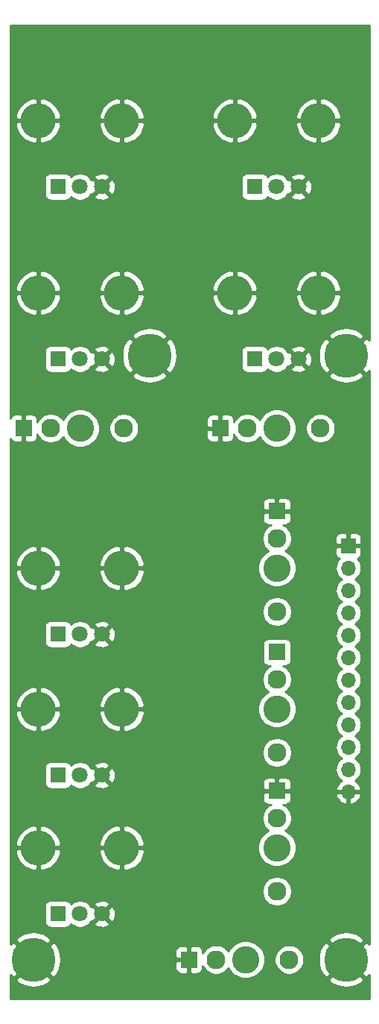
<source format=gbr>
G04 #@! TF.GenerationSoftware,KiCad,Pcbnew,(5.1.4-0-10_14)*
G04 #@! TF.CreationDate,2019-10-08T20:58:21-07:00*
G04 #@! TF.ProjectId,VCF_IO,5643465f-494f-42e6-9b69-6361645f7063,rev?*
G04 #@! TF.SameCoordinates,Original*
G04 #@! TF.FileFunction,Copper,L2,Bot*
G04 #@! TF.FilePolarity,Positive*
%FSLAX46Y46*%
G04 Gerber Fmt 4.6, Leading zero omitted, Abs format (unit mm)*
G04 Created by KiCad (PCBNEW (5.1.4-0-10_14)) date 2019-10-08 20:58:21*
%MOMM*%
%LPD*%
G04 APERTURE LIST*
%ADD10C,3.100000*%
%ADD11C,2.130000*%
%ADD12R,1.830000X1.930000*%
%ADD13R,1.930000X1.830000*%
%ADD14R,1.800000X1.800000*%
%ADD15C,1.800000*%
%ADD16O,4.000000X4.000000*%
%ADD17R,1.700000X1.700000*%
%ADD18O,1.700000X1.700000*%
%ADD19C,5.000000*%
%ADD20C,0.254000*%
G04 APERTURE END LIST*
D10*
X91440000Y-154940000D03*
D11*
X96390000Y-154940000D03*
D12*
X84990000Y-154940000D03*
D11*
X88090000Y-154940000D03*
X69294000Y-94615000D03*
D12*
X66194000Y-94615000D03*
D11*
X77594000Y-94615000D03*
D10*
X72644000Y-94615000D03*
D11*
X94996000Y-107140000D03*
D13*
X94996000Y-104040000D03*
D11*
X94996000Y-115440000D03*
D10*
X94996000Y-110490000D03*
X94996000Y-126492000D03*
D11*
X94996000Y-131442000D03*
D13*
X94996000Y-120042000D03*
D11*
X94996000Y-123142000D03*
X94996000Y-138890000D03*
D13*
X94996000Y-135790000D03*
D11*
X94996000Y-147190000D03*
D10*
X94996000Y-142240000D03*
X94996000Y-94615000D03*
D11*
X99946000Y-94615000D03*
D12*
X88546000Y-94615000D03*
D11*
X91646000Y-94615000D03*
D14*
X70104000Y-67210000D03*
D15*
X72604000Y-67210000D03*
X75104000Y-67210000D03*
D16*
X67854000Y-59710000D03*
X77354000Y-59710000D03*
X77354000Y-110510000D03*
X67854000Y-110510000D03*
D15*
X75104000Y-118010000D03*
X72604000Y-118010000D03*
D14*
X70104000Y-118010000D03*
X70104000Y-134012000D03*
D15*
X72604000Y-134012000D03*
X75104000Y-134012000D03*
D16*
X67854000Y-126512000D03*
X77354000Y-126512000D03*
X77354000Y-79268000D03*
X67854000Y-79268000D03*
D15*
X75104000Y-86768000D03*
X72604000Y-86768000D03*
D14*
X70104000Y-86768000D03*
D16*
X77354000Y-142260000D03*
X67854000Y-142260000D03*
D15*
X75104000Y-149760000D03*
X72604000Y-149760000D03*
D14*
X70104000Y-149760000D03*
D17*
X103124000Y-107950000D03*
D18*
X103124000Y-110490000D03*
X103124000Y-113030000D03*
X103124000Y-115570000D03*
X103124000Y-118110000D03*
X103124000Y-120650000D03*
X103124000Y-123190000D03*
X103124000Y-125730000D03*
X103124000Y-128270000D03*
X103124000Y-130810000D03*
X103124000Y-133350000D03*
X103124000Y-135890000D03*
D16*
X99706000Y-59710000D03*
X90206000Y-59710000D03*
D15*
X97456000Y-67210000D03*
X94956000Y-67210000D03*
D14*
X92456000Y-67210000D03*
X92456000Y-86768000D03*
D15*
X94956000Y-86768000D03*
X97456000Y-86768000D03*
D16*
X90206000Y-79268000D03*
X99706000Y-79268000D03*
D19*
X80518000Y-86360000D03*
X67310000Y-154940000D03*
X102870000Y-86360000D03*
X102870000Y-154940000D03*
D20*
G36*
X105512000Y-84651695D02*
G01*
X105491118Y-84612627D01*
X105073148Y-84336457D01*
X103049605Y-86360000D01*
X105073148Y-88383543D01*
X105491118Y-88107373D01*
X105512000Y-88068205D01*
X105512001Y-153231696D01*
X105491118Y-153192627D01*
X105073148Y-152916457D01*
X103049605Y-154940000D01*
X105073148Y-156963543D01*
X105491118Y-156687373D01*
X105512001Y-156648204D01*
X105512001Y-159360000D01*
X64668000Y-159360000D01*
X64668000Y-157143148D01*
X65286457Y-157143148D01*
X65562627Y-157561118D01*
X66107557Y-157851649D01*
X66698696Y-158030287D01*
X67313328Y-158090168D01*
X67927831Y-158028990D01*
X68518592Y-157849103D01*
X69057373Y-157561118D01*
X69333543Y-157143148D01*
X100846457Y-157143148D01*
X101122627Y-157561118D01*
X101667557Y-157851649D01*
X102258696Y-158030287D01*
X102873328Y-158090168D01*
X103487831Y-158028990D01*
X104078592Y-157849103D01*
X104617373Y-157561118D01*
X104893543Y-157143148D01*
X102870000Y-155119605D01*
X100846457Y-157143148D01*
X69333543Y-157143148D01*
X67310000Y-155119605D01*
X65286457Y-157143148D01*
X64668000Y-157143148D01*
X64668000Y-156648306D01*
X64688882Y-156687373D01*
X65106852Y-156963543D01*
X67130395Y-154940000D01*
X67489605Y-154940000D01*
X69513148Y-156963543D01*
X69931118Y-156687373D01*
X70221649Y-156142443D01*
X70293402Y-155905000D01*
X83436928Y-155905000D01*
X83449188Y-156029482D01*
X83485498Y-156149180D01*
X83544463Y-156259494D01*
X83623815Y-156356185D01*
X83720506Y-156435537D01*
X83830820Y-156494502D01*
X83950518Y-156530812D01*
X84075000Y-156543072D01*
X84704250Y-156540000D01*
X84863000Y-156381250D01*
X84863000Y-155067000D01*
X83598750Y-155067000D01*
X83440000Y-155225750D01*
X83436928Y-155905000D01*
X70293402Y-155905000D01*
X70400287Y-155551304D01*
X70460168Y-154936672D01*
X70398990Y-154322169D01*
X70293277Y-153975000D01*
X83436928Y-153975000D01*
X83440000Y-154654250D01*
X83598750Y-154813000D01*
X84863000Y-154813000D01*
X84863000Y-153498750D01*
X85117000Y-153498750D01*
X85117000Y-154813000D01*
X85137000Y-154813000D01*
X85137000Y-155067000D01*
X85117000Y-155067000D01*
X85117000Y-156381250D01*
X85275750Y-156540000D01*
X85905000Y-156543072D01*
X86029482Y-156530812D01*
X86149180Y-156494502D01*
X86259494Y-156435537D01*
X86356185Y-156356185D01*
X86435537Y-156259494D01*
X86494502Y-156149180D01*
X86530812Y-156029482D01*
X86543072Y-155905000D01*
X86541895Y-155644860D01*
X86583479Y-155745252D01*
X86769523Y-156023687D01*
X87006313Y-156260477D01*
X87284748Y-156446521D01*
X87594128Y-156574670D01*
X87922565Y-156640000D01*
X88257435Y-156640000D01*
X88585872Y-156574670D01*
X88895252Y-156446521D01*
X89173687Y-156260477D01*
X89410477Y-156023687D01*
X89480465Y-155918943D01*
X89503678Y-155974985D01*
X89742800Y-156332856D01*
X90047144Y-156637200D01*
X90405015Y-156876322D01*
X90802659Y-157041031D01*
X91224796Y-157125000D01*
X91655204Y-157125000D01*
X92077341Y-157041031D01*
X92474985Y-156876322D01*
X92832856Y-156637200D01*
X93137200Y-156332856D01*
X93376322Y-155974985D01*
X93541031Y-155577341D01*
X93625000Y-155155204D01*
X93625000Y-154772565D01*
X94690000Y-154772565D01*
X94690000Y-155107435D01*
X94755330Y-155435872D01*
X94883479Y-155745252D01*
X95069523Y-156023687D01*
X95306313Y-156260477D01*
X95584748Y-156446521D01*
X95894128Y-156574670D01*
X96222565Y-156640000D01*
X96557435Y-156640000D01*
X96885872Y-156574670D01*
X97195252Y-156446521D01*
X97473687Y-156260477D01*
X97710477Y-156023687D01*
X97896521Y-155745252D01*
X98024670Y-155435872D01*
X98090000Y-155107435D01*
X98090000Y-154943328D01*
X99719832Y-154943328D01*
X99781010Y-155557831D01*
X99960897Y-156148592D01*
X100248882Y-156687373D01*
X100666852Y-156963543D01*
X102690395Y-154940000D01*
X100666852Y-152916457D01*
X100248882Y-153192627D01*
X99958351Y-153737557D01*
X99779713Y-154328696D01*
X99719832Y-154943328D01*
X98090000Y-154943328D01*
X98090000Y-154772565D01*
X98024670Y-154444128D01*
X97896521Y-154134748D01*
X97710477Y-153856313D01*
X97473687Y-153619523D01*
X97195252Y-153433479D01*
X96885872Y-153305330D01*
X96557435Y-153240000D01*
X96222565Y-153240000D01*
X95894128Y-153305330D01*
X95584748Y-153433479D01*
X95306313Y-153619523D01*
X95069523Y-153856313D01*
X94883479Y-154134748D01*
X94755330Y-154444128D01*
X94690000Y-154772565D01*
X93625000Y-154772565D01*
X93625000Y-154724796D01*
X93541031Y-154302659D01*
X93376322Y-153905015D01*
X93137200Y-153547144D01*
X92832856Y-153242800D01*
X92474985Y-153003678D01*
X92077341Y-152838969D01*
X91655204Y-152755000D01*
X91224796Y-152755000D01*
X90802659Y-152838969D01*
X90405015Y-153003678D01*
X90047144Y-153242800D01*
X89742800Y-153547144D01*
X89503678Y-153905015D01*
X89480465Y-153961057D01*
X89410477Y-153856313D01*
X89173687Y-153619523D01*
X88895252Y-153433479D01*
X88585872Y-153305330D01*
X88257435Y-153240000D01*
X87922565Y-153240000D01*
X87594128Y-153305330D01*
X87284748Y-153433479D01*
X87006313Y-153619523D01*
X86769523Y-153856313D01*
X86583479Y-154134748D01*
X86541895Y-154235140D01*
X86543072Y-153975000D01*
X86530812Y-153850518D01*
X86494502Y-153730820D01*
X86435537Y-153620506D01*
X86356185Y-153523815D01*
X86259494Y-153444463D01*
X86149180Y-153385498D01*
X86029482Y-153349188D01*
X85905000Y-153336928D01*
X85275750Y-153340000D01*
X85117000Y-153498750D01*
X84863000Y-153498750D01*
X84704250Y-153340000D01*
X84075000Y-153336928D01*
X83950518Y-153349188D01*
X83830820Y-153385498D01*
X83720506Y-153444463D01*
X83623815Y-153523815D01*
X83544463Y-153620506D01*
X83485498Y-153730820D01*
X83449188Y-153850518D01*
X83436928Y-153975000D01*
X70293277Y-153975000D01*
X70219103Y-153731408D01*
X69931118Y-153192627D01*
X69513148Y-152916457D01*
X67489605Y-154940000D01*
X67130395Y-154940000D01*
X65106852Y-152916457D01*
X64688882Y-153192627D01*
X64668000Y-153231794D01*
X64668000Y-152736852D01*
X65286457Y-152736852D01*
X67310000Y-154760395D01*
X69333543Y-152736852D01*
X100846457Y-152736852D01*
X102870000Y-154760395D01*
X104893543Y-152736852D01*
X104617373Y-152318882D01*
X104072443Y-152028351D01*
X103481304Y-151849713D01*
X102866672Y-151789832D01*
X102252169Y-151851010D01*
X101661408Y-152030897D01*
X101122627Y-152318882D01*
X100846457Y-152736852D01*
X69333543Y-152736852D01*
X69057373Y-152318882D01*
X68512443Y-152028351D01*
X67921304Y-151849713D01*
X67306672Y-151789832D01*
X66692169Y-151851010D01*
X66101408Y-152030897D01*
X65562627Y-152318882D01*
X65286457Y-152736852D01*
X64668000Y-152736852D01*
X64668000Y-148860000D01*
X68565928Y-148860000D01*
X68565928Y-150660000D01*
X68578188Y-150784482D01*
X68614498Y-150904180D01*
X68673463Y-151014494D01*
X68752815Y-151111185D01*
X68849506Y-151190537D01*
X68959820Y-151249502D01*
X69079518Y-151285812D01*
X69204000Y-151298072D01*
X71004000Y-151298072D01*
X71128482Y-151285812D01*
X71248180Y-151249502D01*
X71358494Y-151190537D01*
X71455185Y-151111185D01*
X71534537Y-151014494D01*
X71587880Y-150914697D01*
X71625495Y-150952312D01*
X71876905Y-151120299D01*
X72156257Y-151236011D01*
X72452816Y-151295000D01*
X72755184Y-151295000D01*
X73051743Y-151236011D01*
X73331095Y-151120299D01*
X73582505Y-150952312D01*
X73710737Y-150824080D01*
X74219525Y-150824080D01*
X74303208Y-151078261D01*
X74575775Y-151209158D01*
X74868642Y-151284365D01*
X75170553Y-151300991D01*
X75469907Y-151258397D01*
X75755199Y-151158222D01*
X75904792Y-151078261D01*
X75988475Y-150824080D01*
X75104000Y-149939605D01*
X74219525Y-150824080D01*
X73710737Y-150824080D01*
X73796312Y-150738505D01*
X73891738Y-150595690D01*
X74039920Y-150644475D01*
X74924395Y-149760000D01*
X75283605Y-149760000D01*
X76168080Y-150644475D01*
X76422261Y-150560792D01*
X76553158Y-150288225D01*
X76628365Y-149995358D01*
X76644991Y-149693447D01*
X76602397Y-149394093D01*
X76502222Y-149108801D01*
X76422261Y-148959208D01*
X76168080Y-148875525D01*
X75283605Y-149760000D01*
X74924395Y-149760000D01*
X74039920Y-148875525D01*
X73891738Y-148924310D01*
X73796312Y-148781495D01*
X73710737Y-148695920D01*
X74219525Y-148695920D01*
X75104000Y-149580395D01*
X75988475Y-148695920D01*
X75904792Y-148441739D01*
X75632225Y-148310842D01*
X75339358Y-148235635D01*
X75037447Y-148219009D01*
X74738093Y-148261603D01*
X74452801Y-148361778D01*
X74303208Y-148441739D01*
X74219525Y-148695920D01*
X73710737Y-148695920D01*
X73582505Y-148567688D01*
X73331095Y-148399701D01*
X73051743Y-148283989D01*
X72755184Y-148225000D01*
X72452816Y-148225000D01*
X72156257Y-148283989D01*
X71876905Y-148399701D01*
X71625495Y-148567688D01*
X71587880Y-148605303D01*
X71534537Y-148505506D01*
X71455185Y-148408815D01*
X71358494Y-148329463D01*
X71248180Y-148270498D01*
X71128482Y-148234188D01*
X71004000Y-148221928D01*
X69204000Y-148221928D01*
X69079518Y-148234188D01*
X68959820Y-148270498D01*
X68849506Y-148329463D01*
X68752815Y-148408815D01*
X68673463Y-148505506D01*
X68614498Y-148615820D01*
X68578188Y-148735518D01*
X68565928Y-148860000D01*
X64668000Y-148860000D01*
X64668000Y-147022565D01*
X93296000Y-147022565D01*
X93296000Y-147357435D01*
X93361330Y-147685872D01*
X93489479Y-147995252D01*
X93675523Y-148273687D01*
X93912313Y-148510477D01*
X94190748Y-148696521D01*
X94500128Y-148824670D01*
X94828565Y-148890000D01*
X95163435Y-148890000D01*
X95491872Y-148824670D01*
X95801252Y-148696521D01*
X96079687Y-148510477D01*
X96316477Y-148273687D01*
X96502521Y-147995252D01*
X96630670Y-147685872D01*
X96696000Y-147357435D01*
X96696000Y-147022565D01*
X96630670Y-146694128D01*
X96502521Y-146384748D01*
X96316477Y-146106313D01*
X96079687Y-145869523D01*
X95801252Y-145683479D01*
X95491872Y-145555330D01*
X95163435Y-145490000D01*
X94828565Y-145490000D01*
X94500128Y-145555330D01*
X94190748Y-145683479D01*
X93912313Y-145869523D01*
X93675523Y-146106313D01*
X93489479Y-146384748D01*
X93361330Y-146694128D01*
X93296000Y-147022565D01*
X64668000Y-147022565D01*
X64668000Y-142797162D01*
X65274333Y-142797162D01*
X65410652Y-143246553D01*
X65650067Y-143704270D01*
X65974178Y-144106485D01*
X66370530Y-144437740D01*
X66823890Y-144685306D01*
X67316837Y-144839669D01*
X67727000Y-144733190D01*
X67727000Y-142387000D01*
X67981000Y-142387000D01*
X67981000Y-144733190D01*
X68391163Y-144839669D01*
X68884110Y-144685306D01*
X69337470Y-144437740D01*
X69733822Y-144106485D01*
X70057933Y-143704270D01*
X70297348Y-143246553D01*
X70433667Y-142797162D01*
X74774333Y-142797162D01*
X74910652Y-143246553D01*
X75150067Y-143704270D01*
X75474178Y-144106485D01*
X75870530Y-144437740D01*
X76323890Y-144685306D01*
X76816837Y-144839669D01*
X77227000Y-144733190D01*
X77227000Y-142387000D01*
X77481000Y-142387000D01*
X77481000Y-144733190D01*
X77891163Y-144839669D01*
X78384110Y-144685306D01*
X78837470Y-144437740D01*
X79233822Y-144106485D01*
X79557933Y-143704270D01*
X79797348Y-143246553D01*
X79933667Y-142797162D01*
X79826991Y-142387000D01*
X77481000Y-142387000D01*
X77227000Y-142387000D01*
X74881009Y-142387000D01*
X74774333Y-142797162D01*
X70433667Y-142797162D01*
X70326991Y-142387000D01*
X67981000Y-142387000D01*
X67727000Y-142387000D01*
X65381009Y-142387000D01*
X65274333Y-142797162D01*
X64668000Y-142797162D01*
X64668000Y-141722838D01*
X65274333Y-141722838D01*
X65381009Y-142133000D01*
X67727000Y-142133000D01*
X67727000Y-139786810D01*
X67981000Y-139786810D01*
X67981000Y-142133000D01*
X70326991Y-142133000D01*
X70433667Y-141722838D01*
X74774333Y-141722838D01*
X74881009Y-142133000D01*
X77227000Y-142133000D01*
X77227000Y-139786810D01*
X77481000Y-139786810D01*
X77481000Y-142133000D01*
X79826991Y-142133000D01*
X79855132Y-142024796D01*
X92811000Y-142024796D01*
X92811000Y-142455204D01*
X92894969Y-142877341D01*
X93059678Y-143274985D01*
X93298800Y-143632856D01*
X93603144Y-143937200D01*
X93961015Y-144176322D01*
X94358659Y-144341031D01*
X94780796Y-144425000D01*
X95211204Y-144425000D01*
X95633341Y-144341031D01*
X96030985Y-144176322D01*
X96388856Y-143937200D01*
X96693200Y-143632856D01*
X96932322Y-143274985D01*
X97097031Y-142877341D01*
X97181000Y-142455204D01*
X97181000Y-142024796D01*
X97097031Y-141602659D01*
X96932322Y-141205015D01*
X96693200Y-140847144D01*
X96388856Y-140542800D01*
X96030985Y-140303678D01*
X95974943Y-140280465D01*
X96079687Y-140210477D01*
X96316477Y-139973687D01*
X96502521Y-139695252D01*
X96630670Y-139385872D01*
X96696000Y-139057435D01*
X96696000Y-138722565D01*
X96630670Y-138394128D01*
X96502521Y-138084748D01*
X96316477Y-137806313D01*
X96079687Y-137569523D01*
X95801252Y-137383479D01*
X95700860Y-137341895D01*
X95961000Y-137343072D01*
X96085482Y-137330812D01*
X96205180Y-137294502D01*
X96315494Y-137235537D01*
X96412185Y-137156185D01*
X96491537Y-137059494D01*
X96550502Y-136949180D01*
X96586812Y-136829482D01*
X96599072Y-136705000D01*
X96596836Y-136246890D01*
X101682524Y-136246890D01*
X101727175Y-136394099D01*
X101852359Y-136656920D01*
X102026412Y-136890269D01*
X102242645Y-137085178D01*
X102492748Y-137234157D01*
X102767109Y-137331481D01*
X102997000Y-137210814D01*
X102997000Y-136017000D01*
X103251000Y-136017000D01*
X103251000Y-137210814D01*
X103480891Y-137331481D01*
X103755252Y-137234157D01*
X104005355Y-137085178D01*
X104221588Y-136890269D01*
X104395641Y-136656920D01*
X104520825Y-136394099D01*
X104565476Y-136246890D01*
X104444155Y-136017000D01*
X103251000Y-136017000D01*
X102997000Y-136017000D01*
X101803845Y-136017000D01*
X101682524Y-136246890D01*
X96596836Y-136246890D01*
X96596000Y-136075750D01*
X96437250Y-135917000D01*
X95123000Y-135917000D01*
X95123000Y-135937000D01*
X94869000Y-135937000D01*
X94869000Y-135917000D01*
X93554750Y-135917000D01*
X93396000Y-136075750D01*
X93392928Y-136705000D01*
X93405188Y-136829482D01*
X93441498Y-136949180D01*
X93500463Y-137059494D01*
X93579815Y-137156185D01*
X93676506Y-137235537D01*
X93786820Y-137294502D01*
X93906518Y-137330812D01*
X94031000Y-137343072D01*
X94291140Y-137341895D01*
X94190748Y-137383479D01*
X93912313Y-137569523D01*
X93675523Y-137806313D01*
X93489479Y-138084748D01*
X93361330Y-138394128D01*
X93296000Y-138722565D01*
X93296000Y-139057435D01*
X93361330Y-139385872D01*
X93489479Y-139695252D01*
X93675523Y-139973687D01*
X93912313Y-140210477D01*
X94017057Y-140280465D01*
X93961015Y-140303678D01*
X93603144Y-140542800D01*
X93298800Y-140847144D01*
X93059678Y-141205015D01*
X92894969Y-141602659D01*
X92811000Y-142024796D01*
X79855132Y-142024796D01*
X79933667Y-141722838D01*
X79797348Y-141273447D01*
X79557933Y-140815730D01*
X79233822Y-140413515D01*
X78837470Y-140082260D01*
X78384110Y-139834694D01*
X77891163Y-139680331D01*
X77481000Y-139786810D01*
X77227000Y-139786810D01*
X76816837Y-139680331D01*
X76323890Y-139834694D01*
X75870530Y-140082260D01*
X75474178Y-140413515D01*
X75150067Y-140815730D01*
X74910652Y-141273447D01*
X74774333Y-141722838D01*
X70433667Y-141722838D01*
X70297348Y-141273447D01*
X70057933Y-140815730D01*
X69733822Y-140413515D01*
X69337470Y-140082260D01*
X68884110Y-139834694D01*
X68391163Y-139680331D01*
X67981000Y-139786810D01*
X67727000Y-139786810D01*
X67316837Y-139680331D01*
X66823890Y-139834694D01*
X66370530Y-140082260D01*
X65974178Y-140413515D01*
X65650067Y-140815730D01*
X65410652Y-141273447D01*
X65274333Y-141722838D01*
X64668000Y-141722838D01*
X64668000Y-133112000D01*
X68565928Y-133112000D01*
X68565928Y-134912000D01*
X68578188Y-135036482D01*
X68614498Y-135156180D01*
X68673463Y-135266494D01*
X68752815Y-135363185D01*
X68849506Y-135442537D01*
X68959820Y-135501502D01*
X69079518Y-135537812D01*
X69204000Y-135550072D01*
X71004000Y-135550072D01*
X71128482Y-135537812D01*
X71248180Y-135501502D01*
X71358494Y-135442537D01*
X71455185Y-135363185D01*
X71534537Y-135266494D01*
X71587880Y-135166697D01*
X71625495Y-135204312D01*
X71876905Y-135372299D01*
X72156257Y-135488011D01*
X72452816Y-135547000D01*
X72755184Y-135547000D01*
X73051743Y-135488011D01*
X73331095Y-135372299D01*
X73582505Y-135204312D01*
X73710737Y-135076080D01*
X74219525Y-135076080D01*
X74303208Y-135330261D01*
X74575775Y-135461158D01*
X74868642Y-135536365D01*
X75170553Y-135552991D01*
X75469907Y-135510397D01*
X75755199Y-135410222D01*
X75904792Y-135330261D01*
X75988475Y-135076080D01*
X75104000Y-134191605D01*
X74219525Y-135076080D01*
X73710737Y-135076080D01*
X73796312Y-134990505D01*
X73891738Y-134847690D01*
X74039920Y-134896475D01*
X74924395Y-134012000D01*
X75283605Y-134012000D01*
X76168080Y-134896475D01*
X76233308Y-134875000D01*
X93392928Y-134875000D01*
X93396000Y-135504250D01*
X93554750Y-135663000D01*
X94869000Y-135663000D01*
X94869000Y-134398750D01*
X95123000Y-134398750D01*
X95123000Y-135663000D01*
X96437250Y-135663000D01*
X96596000Y-135504250D01*
X96599072Y-134875000D01*
X96586812Y-134750518D01*
X96550502Y-134630820D01*
X96491537Y-134520506D01*
X96412185Y-134423815D01*
X96315494Y-134344463D01*
X96205180Y-134285498D01*
X96085482Y-134249188D01*
X95961000Y-134236928D01*
X95281750Y-134240000D01*
X95123000Y-134398750D01*
X94869000Y-134398750D01*
X94710250Y-134240000D01*
X94031000Y-134236928D01*
X93906518Y-134249188D01*
X93786820Y-134285498D01*
X93676506Y-134344463D01*
X93579815Y-134423815D01*
X93500463Y-134520506D01*
X93441498Y-134630820D01*
X93405188Y-134750518D01*
X93392928Y-134875000D01*
X76233308Y-134875000D01*
X76422261Y-134812792D01*
X76553158Y-134540225D01*
X76628365Y-134247358D01*
X76644991Y-133945447D01*
X76602397Y-133646093D01*
X76502222Y-133360801D01*
X76422261Y-133211208D01*
X76168080Y-133127525D01*
X75283605Y-134012000D01*
X74924395Y-134012000D01*
X74039920Y-133127525D01*
X73891738Y-133176310D01*
X73796312Y-133033495D01*
X73710737Y-132947920D01*
X74219525Y-132947920D01*
X75104000Y-133832395D01*
X75988475Y-132947920D01*
X75904792Y-132693739D01*
X75632225Y-132562842D01*
X75339358Y-132487635D01*
X75037447Y-132471009D01*
X74738093Y-132513603D01*
X74452801Y-132613778D01*
X74303208Y-132693739D01*
X74219525Y-132947920D01*
X73710737Y-132947920D01*
X73582505Y-132819688D01*
X73331095Y-132651701D01*
X73051743Y-132535989D01*
X72755184Y-132477000D01*
X72452816Y-132477000D01*
X72156257Y-132535989D01*
X71876905Y-132651701D01*
X71625495Y-132819688D01*
X71587880Y-132857303D01*
X71534537Y-132757506D01*
X71455185Y-132660815D01*
X71358494Y-132581463D01*
X71248180Y-132522498D01*
X71128482Y-132486188D01*
X71004000Y-132473928D01*
X69204000Y-132473928D01*
X69079518Y-132486188D01*
X68959820Y-132522498D01*
X68849506Y-132581463D01*
X68752815Y-132660815D01*
X68673463Y-132757506D01*
X68614498Y-132867820D01*
X68578188Y-132987518D01*
X68565928Y-133112000D01*
X64668000Y-133112000D01*
X64668000Y-131274565D01*
X93296000Y-131274565D01*
X93296000Y-131609435D01*
X93361330Y-131937872D01*
X93489479Y-132247252D01*
X93675523Y-132525687D01*
X93912313Y-132762477D01*
X94190748Y-132948521D01*
X94500128Y-133076670D01*
X94828565Y-133142000D01*
X95163435Y-133142000D01*
X95491872Y-133076670D01*
X95801252Y-132948521D01*
X96079687Y-132762477D01*
X96316477Y-132525687D01*
X96502521Y-132247252D01*
X96630670Y-131937872D01*
X96696000Y-131609435D01*
X96696000Y-131274565D01*
X96630670Y-130946128D01*
X96502521Y-130636748D01*
X96316477Y-130358313D01*
X96079687Y-130121523D01*
X95801252Y-129935479D01*
X95491872Y-129807330D01*
X95163435Y-129742000D01*
X94828565Y-129742000D01*
X94500128Y-129807330D01*
X94190748Y-129935479D01*
X93912313Y-130121523D01*
X93675523Y-130358313D01*
X93489479Y-130636748D01*
X93361330Y-130946128D01*
X93296000Y-131274565D01*
X64668000Y-131274565D01*
X64668000Y-127049162D01*
X65274333Y-127049162D01*
X65410652Y-127498553D01*
X65650067Y-127956270D01*
X65974178Y-128358485D01*
X66370530Y-128689740D01*
X66823890Y-128937306D01*
X67316837Y-129091669D01*
X67727000Y-128985190D01*
X67727000Y-126639000D01*
X67981000Y-126639000D01*
X67981000Y-128985190D01*
X68391163Y-129091669D01*
X68884110Y-128937306D01*
X69337470Y-128689740D01*
X69733822Y-128358485D01*
X70057933Y-127956270D01*
X70297348Y-127498553D01*
X70433667Y-127049162D01*
X74774333Y-127049162D01*
X74910652Y-127498553D01*
X75150067Y-127956270D01*
X75474178Y-128358485D01*
X75870530Y-128689740D01*
X76323890Y-128937306D01*
X76816837Y-129091669D01*
X77227000Y-128985190D01*
X77227000Y-126639000D01*
X77481000Y-126639000D01*
X77481000Y-128985190D01*
X77891163Y-129091669D01*
X78384110Y-128937306D01*
X78837470Y-128689740D01*
X79233822Y-128358485D01*
X79557933Y-127956270D01*
X79797348Y-127498553D01*
X79933667Y-127049162D01*
X79826991Y-126639000D01*
X77481000Y-126639000D01*
X77227000Y-126639000D01*
X74881009Y-126639000D01*
X74774333Y-127049162D01*
X70433667Y-127049162D01*
X70326991Y-126639000D01*
X67981000Y-126639000D01*
X67727000Y-126639000D01*
X65381009Y-126639000D01*
X65274333Y-127049162D01*
X64668000Y-127049162D01*
X64668000Y-125974838D01*
X65274333Y-125974838D01*
X65381009Y-126385000D01*
X67727000Y-126385000D01*
X67727000Y-124038810D01*
X67981000Y-124038810D01*
X67981000Y-126385000D01*
X70326991Y-126385000D01*
X70433667Y-125974838D01*
X74774333Y-125974838D01*
X74881009Y-126385000D01*
X77227000Y-126385000D01*
X77227000Y-124038810D01*
X77481000Y-124038810D01*
X77481000Y-126385000D01*
X79826991Y-126385000D01*
X79855132Y-126276796D01*
X92811000Y-126276796D01*
X92811000Y-126707204D01*
X92894969Y-127129341D01*
X93059678Y-127526985D01*
X93298800Y-127884856D01*
X93603144Y-128189200D01*
X93961015Y-128428322D01*
X94358659Y-128593031D01*
X94780796Y-128677000D01*
X95211204Y-128677000D01*
X95633341Y-128593031D01*
X96030985Y-128428322D01*
X96388856Y-128189200D01*
X96693200Y-127884856D01*
X96932322Y-127526985D01*
X97097031Y-127129341D01*
X97181000Y-126707204D01*
X97181000Y-126276796D01*
X97097031Y-125854659D01*
X96932322Y-125457015D01*
X96693200Y-125099144D01*
X96388856Y-124794800D01*
X96030985Y-124555678D01*
X95974943Y-124532465D01*
X96079687Y-124462477D01*
X96316477Y-124225687D01*
X96502521Y-123947252D01*
X96630670Y-123637872D01*
X96696000Y-123309435D01*
X96696000Y-122974565D01*
X96630670Y-122646128D01*
X96502521Y-122336748D01*
X96316477Y-122058313D01*
X96079687Y-121821523D01*
X95801252Y-121635479D01*
X95703701Y-121595072D01*
X95961000Y-121595072D01*
X96085482Y-121582812D01*
X96205180Y-121546502D01*
X96315494Y-121487537D01*
X96412185Y-121408185D01*
X96491537Y-121311494D01*
X96550502Y-121201180D01*
X96586812Y-121081482D01*
X96599072Y-120957000D01*
X96599072Y-119127000D01*
X96586812Y-119002518D01*
X96550502Y-118882820D01*
X96491537Y-118772506D01*
X96412185Y-118675815D01*
X96315494Y-118596463D01*
X96205180Y-118537498D01*
X96085482Y-118501188D01*
X95961000Y-118488928D01*
X94031000Y-118488928D01*
X93906518Y-118501188D01*
X93786820Y-118537498D01*
X93676506Y-118596463D01*
X93579815Y-118675815D01*
X93500463Y-118772506D01*
X93441498Y-118882820D01*
X93405188Y-119002518D01*
X93392928Y-119127000D01*
X93392928Y-120957000D01*
X93405188Y-121081482D01*
X93441498Y-121201180D01*
X93500463Y-121311494D01*
X93579815Y-121408185D01*
X93676506Y-121487537D01*
X93786820Y-121546502D01*
X93906518Y-121582812D01*
X94031000Y-121595072D01*
X94288299Y-121595072D01*
X94190748Y-121635479D01*
X93912313Y-121821523D01*
X93675523Y-122058313D01*
X93489479Y-122336748D01*
X93361330Y-122646128D01*
X93296000Y-122974565D01*
X93296000Y-123309435D01*
X93361330Y-123637872D01*
X93489479Y-123947252D01*
X93675523Y-124225687D01*
X93912313Y-124462477D01*
X94017057Y-124532465D01*
X93961015Y-124555678D01*
X93603144Y-124794800D01*
X93298800Y-125099144D01*
X93059678Y-125457015D01*
X92894969Y-125854659D01*
X92811000Y-126276796D01*
X79855132Y-126276796D01*
X79933667Y-125974838D01*
X79797348Y-125525447D01*
X79557933Y-125067730D01*
X79233822Y-124665515D01*
X78837470Y-124334260D01*
X78384110Y-124086694D01*
X77891163Y-123932331D01*
X77481000Y-124038810D01*
X77227000Y-124038810D01*
X76816837Y-123932331D01*
X76323890Y-124086694D01*
X75870530Y-124334260D01*
X75474178Y-124665515D01*
X75150067Y-125067730D01*
X74910652Y-125525447D01*
X74774333Y-125974838D01*
X70433667Y-125974838D01*
X70297348Y-125525447D01*
X70057933Y-125067730D01*
X69733822Y-124665515D01*
X69337470Y-124334260D01*
X68884110Y-124086694D01*
X68391163Y-123932331D01*
X67981000Y-124038810D01*
X67727000Y-124038810D01*
X67316837Y-123932331D01*
X66823890Y-124086694D01*
X66370530Y-124334260D01*
X65974178Y-124665515D01*
X65650067Y-125067730D01*
X65410652Y-125525447D01*
X65274333Y-125974838D01*
X64668000Y-125974838D01*
X64668000Y-117110000D01*
X68565928Y-117110000D01*
X68565928Y-118910000D01*
X68578188Y-119034482D01*
X68614498Y-119154180D01*
X68673463Y-119264494D01*
X68752815Y-119361185D01*
X68849506Y-119440537D01*
X68959820Y-119499502D01*
X69079518Y-119535812D01*
X69204000Y-119548072D01*
X71004000Y-119548072D01*
X71128482Y-119535812D01*
X71248180Y-119499502D01*
X71358494Y-119440537D01*
X71455185Y-119361185D01*
X71534537Y-119264494D01*
X71587880Y-119164697D01*
X71625495Y-119202312D01*
X71876905Y-119370299D01*
X72156257Y-119486011D01*
X72452816Y-119545000D01*
X72755184Y-119545000D01*
X73051743Y-119486011D01*
X73331095Y-119370299D01*
X73582505Y-119202312D01*
X73710737Y-119074080D01*
X74219525Y-119074080D01*
X74303208Y-119328261D01*
X74575775Y-119459158D01*
X74868642Y-119534365D01*
X75170553Y-119550991D01*
X75469907Y-119508397D01*
X75755199Y-119408222D01*
X75904792Y-119328261D01*
X75988475Y-119074080D01*
X75104000Y-118189605D01*
X74219525Y-119074080D01*
X73710737Y-119074080D01*
X73796312Y-118988505D01*
X73891738Y-118845690D01*
X74039920Y-118894475D01*
X74924395Y-118010000D01*
X75283605Y-118010000D01*
X76168080Y-118894475D01*
X76422261Y-118810792D01*
X76553158Y-118538225D01*
X76628365Y-118245358D01*
X76644991Y-117943447D01*
X76602397Y-117644093D01*
X76502222Y-117358801D01*
X76422261Y-117209208D01*
X76168080Y-117125525D01*
X75283605Y-118010000D01*
X74924395Y-118010000D01*
X74039920Y-117125525D01*
X73891738Y-117174310D01*
X73796312Y-117031495D01*
X73710737Y-116945920D01*
X74219525Y-116945920D01*
X75104000Y-117830395D01*
X75988475Y-116945920D01*
X75904792Y-116691739D01*
X75632225Y-116560842D01*
X75339358Y-116485635D01*
X75037447Y-116469009D01*
X74738093Y-116511603D01*
X74452801Y-116611778D01*
X74303208Y-116691739D01*
X74219525Y-116945920D01*
X73710737Y-116945920D01*
X73582505Y-116817688D01*
X73331095Y-116649701D01*
X73051743Y-116533989D01*
X72755184Y-116475000D01*
X72452816Y-116475000D01*
X72156257Y-116533989D01*
X71876905Y-116649701D01*
X71625495Y-116817688D01*
X71587880Y-116855303D01*
X71534537Y-116755506D01*
X71455185Y-116658815D01*
X71358494Y-116579463D01*
X71248180Y-116520498D01*
X71128482Y-116484188D01*
X71004000Y-116471928D01*
X69204000Y-116471928D01*
X69079518Y-116484188D01*
X68959820Y-116520498D01*
X68849506Y-116579463D01*
X68752815Y-116658815D01*
X68673463Y-116755506D01*
X68614498Y-116865820D01*
X68578188Y-116985518D01*
X68565928Y-117110000D01*
X64668000Y-117110000D01*
X64668000Y-115272565D01*
X93296000Y-115272565D01*
X93296000Y-115607435D01*
X93361330Y-115935872D01*
X93489479Y-116245252D01*
X93675523Y-116523687D01*
X93912313Y-116760477D01*
X94190748Y-116946521D01*
X94500128Y-117074670D01*
X94828565Y-117140000D01*
X95163435Y-117140000D01*
X95491872Y-117074670D01*
X95801252Y-116946521D01*
X96079687Y-116760477D01*
X96316477Y-116523687D01*
X96502521Y-116245252D01*
X96630670Y-115935872D01*
X96696000Y-115607435D01*
X96696000Y-115272565D01*
X96630670Y-114944128D01*
X96502521Y-114634748D01*
X96316477Y-114356313D01*
X96079687Y-114119523D01*
X95801252Y-113933479D01*
X95491872Y-113805330D01*
X95163435Y-113740000D01*
X94828565Y-113740000D01*
X94500128Y-113805330D01*
X94190748Y-113933479D01*
X93912313Y-114119523D01*
X93675523Y-114356313D01*
X93489479Y-114634748D01*
X93361330Y-114944128D01*
X93296000Y-115272565D01*
X64668000Y-115272565D01*
X64668000Y-111047162D01*
X65274333Y-111047162D01*
X65410652Y-111496553D01*
X65650067Y-111954270D01*
X65974178Y-112356485D01*
X66370530Y-112687740D01*
X66823890Y-112935306D01*
X67316837Y-113089669D01*
X67727000Y-112983190D01*
X67727000Y-110637000D01*
X67981000Y-110637000D01*
X67981000Y-112983190D01*
X68391163Y-113089669D01*
X68884110Y-112935306D01*
X69337470Y-112687740D01*
X69733822Y-112356485D01*
X70057933Y-111954270D01*
X70297348Y-111496553D01*
X70433667Y-111047162D01*
X74774333Y-111047162D01*
X74910652Y-111496553D01*
X75150067Y-111954270D01*
X75474178Y-112356485D01*
X75870530Y-112687740D01*
X76323890Y-112935306D01*
X76816837Y-113089669D01*
X77227000Y-112983190D01*
X77227000Y-110637000D01*
X77481000Y-110637000D01*
X77481000Y-112983190D01*
X77891163Y-113089669D01*
X78384110Y-112935306D01*
X78837470Y-112687740D01*
X79233822Y-112356485D01*
X79557933Y-111954270D01*
X79797348Y-111496553D01*
X79933667Y-111047162D01*
X79826991Y-110637000D01*
X77481000Y-110637000D01*
X77227000Y-110637000D01*
X74881009Y-110637000D01*
X74774333Y-111047162D01*
X70433667Y-111047162D01*
X70326991Y-110637000D01*
X67981000Y-110637000D01*
X67727000Y-110637000D01*
X65381009Y-110637000D01*
X65274333Y-111047162D01*
X64668000Y-111047162D01*
X64668000Y-109972838D01*
X65274333Y-109972838D01*
X65381009Y-110383000D01*
X67727000Y-110383000D01*
X67727000Y-108036810D01*
X67981000Y-108036810D01*
X67981000Y-110383000D01*
X70326991Y-110383000D01*
X70433667Y-109972838D01*
X74774333Y-109972838D01*
X74881009Y-110383000D01*
X77227000Y-110383000D01*
X77227000Y-108036810D01*
X77481000Y-108036810D01*
X77481000Y-110383000D01*
X79826991Y-110383000D01*
X79855132Y-110274796D01*
X92811000Y-110274796D01*
X92811000Y-110705204D01*
X92894969Y-111127341D01*
X93059678Y-111524985D01*
X93298800Y-111882856D01*
X93603144Y-112187200D01*
X93961015Y-112426322D01*
X94358659Y-112591031D01*
X94780796Y-112675000D01*
X95211204Y-112675000D01*
X95633341Y-112591031D01*
X96030985Y-112426322D01*
X96388856Y-112187200D01*
X96693200Y-111882856D01*
X96932322Y-111524985D01*
X97097031Y-111127341D01*
X97181000Y-110705204D01*
X97181000Y-110490000D01*
X101631815Y-110490000D01*
X101660487Y-110781111D01*
X101745401Y-111061034D01*
X101883294Y-111319014D01*
X102068866Y-111545134D01*
X102294986Y-111730706D01*
X102349791Y-111760000D01*
X102294986Y-111789294D01*
X102068866Y-111974866D01*
X101883294Y-112200986D01*
X101745401Y-112458966D01*
X101660487Y-112738889D01*
X101631815Y-113030000D01*
X101660487Y-113321111D01*
X101745401Y-113601034D01*
X101883294Y-113859014D01*
X102068866Y-114085134D01*
X102294986Y-114270706D01*
X102349791Y-114300000D01*
X102294986Y-114329294D01*
X102068866Y-114514866D01*
X101883294Y-114740986D01*
X101745401Y-114998966D01*
X101660487Y-115278889D01*
X101631815Y-115570000D01*
X101660487Y-115861111D01*
X101745401Y-116141034D01*
X101883294Y-116399014D01*
X102068866Y-116625134D01*
X102294986Y-116810706D01*
X102349791Y-116840000D01*
X102294986Y-116869294D01*
X102068866Y-117054866D01*
X101883294Y-117280986D01*
X101745401Y-117538966D01*
X101660487Y-117818889D01*
X101631815Y-118110000D01*
X101660487Y-118401111D01*
X101745401Y-118681034D01*
X101883294Y-118939014D01*
X102068866Y-119165134D01*
X102294986Y-119350706D01*
X102349791Y-119380000D01*
X102294986Y-119409294D01*
X102068866Y-119594866D01*
X101883294Y-119820986D01*
X101745401Y-120078966D01*
X101660487Y-120358889D01*
X101631815Y-120650000D01*
X101660487Y-120941111D01*
X101745401Y-121221034D01*
X101883294Y-121479014D01*
X102068866Y-121705134D01*
X102294986Y-121890706D01*
X102349791Y-121920000D01*
X102294986Y-121949294D01*
X102068866Y-122134866D01*
X101883294Y-122360986D01*
X101745401Y-122618966D01*
X101660487Y-122898889D01*
X101631815Y-123190000D01*
X101660487Y-123481111D01*
X101745401Y-123761034D01*
X101883294Y-124019014D01*
X102068866Y-124245134D01*
X102294986Y-124430706D01*
X102349791Y-124460000D01*
X102294986Y-124489294D01*
X102068866Y-124674866D01*
X101883294Y-124900986D01*
X101745401Y-125158966D01*
X101660487Y-125438889D01*
X101631815Y-125730000D01*
X101660487Y-126021111D01*
X101745401Y-126301034D01*
X101883294Y-126559014D01*
X102068866Y-126785134D01*
X102294986Y-126970706D01*
X102349791Y-127000000D01*
X102294986Y-127029294D01*
X102068866Y-127214866D01*
X101883294Y-127440986D01*
X101745401Y-127698966D01*
X101660487Y-127978889D01*
X101631815Y-128270000D01*
X101660487Y-128561111D01*
X101745401Y-128841034D01*
X101883294Y-129099014D01*
X102068866Y-129325134D01*
X102294986Y-129510706D01*
X102349791Y-129540000D01*
X102294986Y-129569294D01*
X102068866Y-129754866D01*
X101883294Y-129980986D01*
X101745401Y-130238966D01*
X101660487Y-130518889D01*
X101631815Y-130810000D01*
X101660487Y-131101111D01*
X101745401Y-131381034D01*
X101883294Y-131639014D01*
X102068866Y-131865134D01*
X102294986Y-132050706D01*
X102349791Y-132080000D01*
X102294986Y-132109294D01*
X102068866Y-132294866D01*
X101883294Y-132520986D01*
X101745401Y-132778966D01*
X101660487Y-133058889D01*
X101631815Y-133350000D01*
X101660487Y-133641111D01*
X101745401Y-133921034D01*
X101883294Y-134179014D01*
X102068866Y-134405134D01*
X102294986Y-134590706D01*
X102359523Y-134625201D01*
X102242645Y-134694822D01*
X102026412Y-134889731D01*
X101852359Y-135123080D01*
X101727175Y-135385901D01*
X101682524Y-135533110D01*
X101803845Y-135763000D01*
X102997000Y-135763000D01*
X102997000Y-135743000D01*
X103251000Y-135743000D01*
X103251000Y-135763000D01*
X104444155Y-135763000D01*
X104565476Y-135533110D01*
X104520825Y-135385901D01*
X104395641Y-135123080D01*
X104221588Y-134889731D01*
X104005355Y-134694822D01*
X103888477Y-134625201D01*
X103953014Y-134590706D01*
X104179134Y-134405134D01*
X104364706Y-134179014D01*
X104502599Y-133921034D01*
X104587513Y-133641111D01*
X104616185Y-133350000D01*
X104587513Y-133058889D01*
X104502599Y-132778966D01*
X104364706Y-132520986D01*
X104179134Y-132294866D01*
X103953014Y-132109294D01*
X103898209Y-132080000D01*
X103953014Y-132050706D01*
X104179134Y-131865134D01*
X104364706Y-131639014D01*
X104502599Y-131381034D01*
X104587513Y-131101111D01*
X104616185Y-130810000D01*
X104587513Y-130518889D01*
X104502599Y-130238966D01*
X104364706Y-129980986D01*
X104179134Y-129754866D01*
X103953014Y-129569294D01*
X103898209Y-129540000D01*
X103953014Y-129510706D01*
X104179134Y-129325134D01*
X104364706Y-129099014D01*
X104502599Y-128841034D01*
X104587513Y-128561111D01*
X104616185Y-128270000D01*
X104587513Y-127978889D01*
X104502599Y-127698966D01*
X104364706Y-127440986D01*
X104179134Y-127214866D01*
X103953014Y-127029294D01*
X103898209Y-127000000D01*
X103953014Y-126970706D01*
X104179134Y-126785134D01*
X104364706Y-126559014D01*
X104502599Y-126301034D01*
X104587513Y-126021111D01*
X104616185Y-125730000D01*
X104587513Y-125438889D01*
X104502599Y-125158966D01*
X104364706Y-124900986D01*
X104179134Y-124674866D01*
X103953014Y-124489294D01*
X103898209Y-124460000D01*
X103953014Y-124430706D01*
X104179134Y-124245134D01*
X104364706Y-124019014D01*
X104502599Y-123761034D01*
X104587513Y-123481111D01*
X104616185Y-123190000D01*
X104587513Y-122898889D01*
X104502599Y-122618966D01*
X104364706Y-122360986D01*
X104179134Y-122134866D01*
X103953014Y-121949294D01*
X103898209Y-121920000D01*
X103953014Y-121890706D01*
X104179134Y-121705134D01*
X104364706Y-121479014D01*
X104502599Y-121221034D01*
X104587513Y-120941111D01*
X104616185Y-120650000D01*
X104587513Y-120358889D01*
X104502599Y-120078966D01*
X104364706Y-119820986D01*
X104179134Y-119594866D01*
X103953014Y-119409294D01*
X103898209Y-119380000D01*
X103953014Y-119350706D01*
X104179134Y-119165134D01*
X104364706Y-118939014D01*
X104502599Y-118681034D01*
X104587513Y-118401111D01*
X104616185Y-118110000D01*
X104587513Y-117818889D01*
X104502599Y-117538966D01*
X104364706Y-117280986D01*
X104179134Y-117054866D01*
X103953014Y-116869294D01*
X103898209Y-116840000D01*
X103953014Y-116810706D01*
X104179134Y-116625134D01*
X104364706Y-116399014D01*
X104502599Y-116141034D01*
X104587513Y-115861111D01*
X104616185Y-115570000D01*
X104587513Y-115278889D01*
X104502599Y-114998966D01*
X104364706Y-114740986D01*
X104179134Y-114514866D01*
X103953014Y-114329294D01*
X103898209Y-114300000D01*
X103953014Y-114270706D01*
X104179134Y-114085134D01*
X104364706Y-113859014D01*
X104502599Y-113601034D01*
X104587513Y-113321111D01*
X104616185Y-113030000D01*
X104587513Y-112738889D01*
X104502599Y-112458966D01*
X104364706Y-112200986D01*
X104179134Y-111974866D01*
X103953014Y-111789294D01*
X103898209Y-111760000D01*
X103953014Y-111730706D01*
X104179134Y-111545134D01*
X104364706Y-111319014D01*
X104502599Y-111061034D01*
X104587513Y-110781111D01*
X104616185Y-110490000D01*
X104587513Y-110198889D01*
X104502599Y-109918966D01*
X104364706Y-109660986D01*
X104179134Y-109434866D01*
X104149313Y-109410393D01*
X104218180Y-109389502D01*
X104328494Y-109330537D01*
X104425185Y-109251185D01*
X104504537Y-109154494D01*
X104563502Y-109044180D01*
X104599812Y-108924482D01*
X104612072Y-108800000D01*
X104609000Y-108235750D01*
X104450250Y-108077000D01*
X103251000Y-108077000D01*
X103251000Y-108097000D01*
X102997000Y-108097000D01*
X102997000Y-108077000D01*
X101797750Y-108077000D01*
X101639000Y-108235750D01*
X101635928Y-108800000D01*
X101648188Y-108924482D01*
X101684498Y-109044180D01*
X101743463Y-109154494D01*
X101822815Y-109251185D01*
X101919506Y-109330537D01*
X102029820Y-109389502D01*
X102098687Y-109410393D01*
X102068866Y-109434866D01*
X101883294Y-109660986D01*
X101745401Y-109918966D01*
X101660487Y-110198889D01*
X101631815Y-110490000D01*
X97181000Y-110490000D01*
X97181000Y-110274796D01*
X97097031Y-109852659D01*
X96932322Y-109455015D01*
X96693200Y-109097144D01*
X96388856Y-108792800D01*
X96030985Y-108553678D01*
X95974943Y-108530465D01*
X96079687Y-108460477D01*
X96316477Y-108223687D01*
X96502521Y-107945252D01*
X96630670Y-107635872D01*
X96696000Y-107307435D01*
X96696000Y-107100000D01*
X101635928Y-107100000D01*
X101639000Y-107664250D01*
X101797750Y-107823000D01*
X102997000Y-107823000D01*
X102997000Y-106623750D01*
X103251000Y-106623750D01*
X103251000Y-107823000D01*
X104450250Y-107823000D01*
X104609000Y-107664250D01*
X104612072Y-107100000D01*
X104599812Y-106975518D01*
X104563502Y-106855820D01*
X104504537Y-106745506D01*
X104425185Y-106648815D01*
X104328494Y-106569463D01*
X104218180Y-106510498D01*
X104098482Y-106474188D01*
X103974000Y-106461928D01*
X103409750Y-106465000D01*
X103251000Y-106623750D01*
X102997000Y-106623750D01*
X102838250Y-106465000D01*
X102274000Y-106461928D01*
X102149518Y-106474188D01*
X102029820Y-106510498D01*
X101919506Y-106569463D01*
X101822815Y-106648815D01*
X101743463Y-106745506D01*
X101684498Y-106855820D01*
X101648188Y-106975518D01*
X101635928Y-107100000D01*
X96696000Y-107100000D01*
X96696000Y-106972565D01*
X96630670Y-106644128D01*
X96502521Y-106334748D01*
X96316477Y-106056313D01*
X96079687Y-105819523D01*
X95801252Y-105633479D01*
X95700860Y-105591895D01*
X95961000Y-105593072D01*
X96085482Y-105580812D01*
X96205180Y-105544502D01*
X96315494Y-105485537D01*
X96412185Y-105406185D01*
X96491537Y-105309494D01*
X96550502Y-105199180D01*
X96586812Y-105079482D01*
X96599072Y-104955000D01*
X96596000Y-104325750D01*
X96437250Y-104167000D01*
X95123000Y-104167000D01*
X95123000Y-104187000D01*
X94869000Y-104187000D01*
X94869000Y-104167000D01*
X93554750Y-104167000D01*
X93396000Y-104325750D01*
X93392928Y-104955000D01*
X93405188Y-105079482D01*
X93441498Y-105199180D01*
X93500463Y-105309494D01*
X93579815Y-105406185D01*
X93676506Y-105485537D01*
X93786820Y-105544502D01*
X93906518Y-105580812D01*
X94031000Y-105593072D01*
X94291140Y-105591895D01*
X94190748Y-105633479D01*
X93912313Y-105819523D01*
X93675523Y-106056313D01*
X93489479Y-106334748D01*
X93361330Y-106644128D01*
X93296000Y-106972565D01*
X93296000Y-107307435D01*
X93361330Y-107635872D01*
X93489479Y-107945252D01*
X93675523Y-108223687D01*
X93912313Y-108460477D01*
X94017057Y-108530465D01*
X93961015Y-108553678D01*
X93603144Y-108792800D01*
X93298800Y-109097144D01*
X93059678Y-109455015D01*
X92894969Y-109852659D01*
X92811000Y-110274796D01*
X79855132Y-110274796D01*
X79933667Y-109972838D01*
X79797348Y-109523447D01*
X79557933Y-109065730D01*
X79233822Y-108663515D01*
X78837470Y-108332260D01*
X78384110Y-108084694D01*
X77891163Y-107930331D01*
X77481000Y-108036810D01*
X77227000Y-108036810D01*
X76816837Y-107930331D01*
X76323890Y-108084694D01*
X75870530Y-108332260D01*
X75474178Y-108663515D01*
X75150067Y-109065730D01*
X74910652Y-109523447D01*
X74774333Y-109972838D01*
X70433667Y-109972838D01*
X70297348Y-109523447D01*
X70057933Y-109065730D01*
X69733822Y-108663515D01*
X69337470Y-108332260D01*
X68884110Y-108084694D01*
X68391163Y-107930331D01*
X67981000Y-108036810D01*
X67727000Y-108036810D01*
X67316837Y-107930331D01*
X66823890Y-108084694D01*
X66370530Y-108332260D01*
X65974178Y-108663515D01*
X65650067Y-109065730D01*
X65410652Y-109523447D01*
X65274333Y-109972838D01*
X64668000Y-109972838D01*
X64668000Y-103125000D01*
X93392928Y-103125000D01*
X93396000Y-103754250D01*
X93554750Y-103913000D01*
X94869000Y-103913000D01*
X94869000Y-102648750D01*
X95123000Y-102648750D01*
X95123000Y-103913000D01*
X96437250Y-103913000D01*
X96596000Y-103754250D01*
X96599072Y-103125000D01*
X96586812Y-103000518D01*
X96550502Y-102880820D01*
X96491537Y-102770506D01*
X96412185Y-102673815D01*
X96315494Y-102594463D01*
X96205180Y-102535498D01*
X96085482Y-102499188D01*
X95961000Y-102486928D01*
X95281750Y-102490000D01*
X95123000Y-102648750D01*
X94869000Y-102648750D01*
X94710250Y-102490000D01*
X94031000Y-102486928D01*
X93906518Y-102499188D01*
X93786820Y-102535498D01*
X93676506Y-102594463D01*
X93579815Y-102673815D01*
X93500463Y-102770506D01*
X93441498Y-102880820D01*
X93405188Y-103000518D01*
X93392928Y-103125000D01*
X64668000Y-103125000D01*
X64668000Y-95753311D01*
X64689498Y-95824180D01*
X64748463Y-95934494D01*
X64827815Y-96031185D01*
X64924506Y-96110537D01*
X65034820Y-96169502D01*
X65154518Y-96205812D01*
X65279000Y-96218072D01*
X65908250Y-96215000D01*
X66067000Y-96056250D01*
X66067000Y-94742000D01*
X66047000Y-94742000D01*
X66047000Y-94488000D01*
X66067000Y-94488000D01*
X66067000Y-93173750D01*
X66321000Y-93173750D01*
X66321000Y-94488000D01*
X66341000Y-94488000D01*
X66341000Y-94742000D01*
X66321000Y-94742000D01*
X66321000Y-96056250D01*
X66479750Y-96215000D01*
X67109000Y-96218072D01*
X67233482Y-96205812D01*
X67353180Y-96169502D01*
X67463494Y-96110537D01*
X67560185Y-96031185D01*
X67639537Y-95934494D01*
X67698502Y-95824180D01*
X67734812Y-95704482D01*
X67747072Y-95580000D01*
X67745895Y-95319860D01*
X67787479Y-95420252D01*
X67973523Y-95698687D01*
X68210313Y-95935477D01*
X68488748Y-96121521D01*
X68798128Y-96249670D01*
X69126565Y-96315000D01*
X69461435Y-96315000D01*
X69789872Y-96249670D01*
X70099252Y-96121521D01*
X70377687Y-95935477D01*
X70614477Y-95698687D01*
X70684465Y-95593943D01*
X70707678Y-95649985D01*
X70946800Y-96007856D01*
X71251144Y-96312200D01*
X71609015Y-96551322D01*
X72006659Y-96716031D01*
X72428796Y-96800000D01*
X72859204Y-96800000D01*
X73281341Y-96716031D01*
X73678985Y-96551322D01*
X74036856Y-96312200D01*
X74341200Y-96007856D01*
X74580322Y-95649985D01*
X74745031Y-95252341D01*
X74829000Y-94830204D01*
X74829000Y-94447565D01*
X75894000Y-94447565D01*
X75894000Y-94782435D01*
X75959330Y-95110872D01*
X76087479Y-95420252D01*
X76273523Y-95698687D01*
X76510313Y-95935477D01*
X76788748Y-96121521D01*
X77098128Y-96249670D01*
X77426565Y-96315000D01*
X77761435Y-96315000D01*
X78089872Y-96249670D01*
X78399252Y-96121521D01*
X78677687Y-95935477D01*
X78914477Y-95698687D01*
X78993780Y-95580000D01*
X86992928Y-95580000D01*
X87005188Y-95704482D01*
X87041498Y-95824180D01*
X87100463Y-95934494D01*
X87179815Y-96031185D01*
X87276506Y-96110537D01*
X87386820Y-96169502D01*
X87506518Y-96205812D01*
X87631000Y-96218072D01*
X88260250Y-96215000D01*
X88419000Y-96056250D01*
X88419000Y-94742000D01*
X87154750Y-94742000D01*
X86996000Y-94900750D01*
X86992928Y-95580000D01*
X78993780Y-95580000D01*
X79100521Y-95420252D01*
X79228670Y-95110872D01*
X79294000Y-94782435D01*
X79294000Y-94447565D01*
X79228670Y-94119128D01*
X79100521Y-93809748D01*
X78993781Y-93650000D01*
X86992928Y-93650000D01*
X86996000Y-94329250D01*
X87154750Y-94488000D01*
X88419000Y-94488000D01*
X88419000Y-93173750D01*
X88673000Y-93173750D01*
X88673000Y-94488000D01*
X88693000Y-94488000D01*
X88693000Y-94742000D01*
X88673000Y-94742000D01*
X88673000Y-96056250D01*
X88831750Y-96215000D01*
X89461000Y-96218072D01*
X89585482Y-96205812D01*
X89705180Y-96169502D01*
X89815494Y-96110537D01*
X89912185Y-96031185D01*
X89991537Y-95934494D01*
X90050502Y-95824180D01*
X90086812Y-95704482D01*
X90099072Y-95580000D01*
X90097895Y-95319860D01*
X90139479Y-95420252D01*
X90325523Y-95698687D01*
X90562313Y-95935477D01*
X90840748Y-96121521D01*
X91150128Y-96249670D01*
X91478565Y-96315000D01*
X91813435Y-96315000D01*
X92141872Y-96249670D01*
X92451252Y-96121521D01*
X92729687Y-95935477D01*
X92966477Y-95698687D01*
X93036465Y-95593943D01*
X93059678Y-95649985D01*
X93298800Y-96007856D01*
X93603144Y-96312200D01*
X93961015Y-96551322D01*
X94358659Y-96716031D01*
X94780796Y-96800000D01*
X95211204Y-96800000D01*
X95633341Y-96716031D01*
X96030985Y-96551322D01*
X96388856Y-96312200D01*
X96693200Y-96007856D01*
X96932322Y-95649985D01*
X97097031Y-95252341D01*
X97181000Y-94830204D01*
X97181000Y-94447565D01*
X98246000Y-94447565D01*
X98246000Y-94782435D01*
X98311330Y-95110872D01*
X98439479Y-95420252D01*
X98625523Y-95698687D01*
X98862313Y-95935477D01*
X99140748Y-96121521D01*
X99450128Y-96249670D01*
X99778565Y-96315000D01*
X100113435Y-96315000D01*
X100441872Y-96249670D01*
X100751252Y-96121521D01*
X101029687Y-95935477D01*
X101266477Y-95698687D01*
X101452521Y-95420252D01*
X101580670Y-95110872D01*
X101646000Y-94782435D01*
X101646000Y-94447565D01*
X101580670Y-94119128D01*
X101452521Y-93809748D01*
X101266477Y-93531313D01*
X101029687Y-93294523D01*
X100751252Y-93108479D01*
X100441872Y-92980330D01*
X100113435Y-92915000D01*
X99778565Y-92915000D01*
X99450128Y-92980330D01*
X99140748Y-93108479D01*
X98862313Y-93294523D01*
X98625523Y-93531313D01*
X98439479Y-93809748D01*
X98311330Y-94119128D01*
X98246000Y-94447565D01*
X97181000Y-94447565D01*
X97181000Y-94399796D01*
X97097031Y-93977659D01*
X96932322Y-93580015D01*
X96693200Y-93222144D01*
X96388856Y-92917800D01*
X96030985Y-92678678D01*
X95633341Y-92513969D01*
X95211204Y-92430000D01*
X94780796Y-92430000D01*
X94358659Y-92513969D01*
X93961015Y-92678678D01*
X93603144Y-92917800D01*
X93298800Y-93222144D01*
X93059678Y-93580015D01*
X93036465Y-93636057D01*
X92966477Y-93531313D01*
X92729687Y-93294523D01*
X92451252Y-93108479D01*
X92141872Y-92980330D01*
X91813435Y-92915000D01*
X91478565Y-92915000D01*
X91150128Y-92980330D01*
X90840748Y-93108479D01*
X90562313Y-93294523D01*
X90325523Y-93531313D01*
X90139479Y-93809748D01*
X90097895Y-93910140D01*
X90099072Y-93650000D01*
X90086812Y-93525518D01*
X90050502Y-93405820D01*
X89991537Y-93295506D01*
X89912185Y-93198815D01*
X89815494Y-93119463D01*
X89705180Y-93060498D01*
X89585482Y-93024188D01*
X89461000Y-93011928D01*
X88831750Y-93015000D01*
X88673000Y-93173750D01*
X88419000Y-93173750D01*
X88260250Y-93015000D01*
X87631000Y-93011928D01*
X87506518Y-93024188D01*
X87386820Y-93060498D01*
X87276506Y-93119463D01*
X87179815Y-93198815D01*
X87100463Y-93295506D01*
X87041498Y-93405820D01*
X87005188Y-93525518D01*
X86992928Y-93650000D01*
X78993781Y-93650000D01*
X78914477Y-93531313D01*
X78677687Y-93294523D01*
X78399252Y-93108479D01*
X78089872Y-92980330D01*
X77761435Y-92915000D01*
X77426565Y-92915000D01*
X77098128Y-92980330D01*
X76788748Y-93108479D01*
X76510313Y-93294523D01*
X76273523Y-93531313D01*
X76087479Y-93809748D01*
X75959330Y-94119128D01*
X75894000Y-94447565D01*
X74829000Y-94447565D01*
X74829000Y-94399796D01*
X74745031Y-93977659D01*
X74580322Y-93580015D01*
X74341200Y-93222144D01*
X74036856Y-92917800D01*
X73678985Y-92678678D01*
X73281341Y-92513969D01*
X72859204Y-92430000D01*
X72428796Y-92430000D01*
X72006659Y-92513969D01*
X71609015Y-92678678D01*
X71251144Y-92917800D01*
X70946800Y-93222144D01*
X70707678Y-93580015D01*
X70684465Y-93636057D01*
X70614477Y-93531313D01*
X70377687Y-93294523D01*
X70099252Y-93108479D01*
X69789872Y-92980330D01*
X69461435Y-92915000D01*
X69126565Y-92915000D01*
X68798128Y-92980330D01*
X68488748Y-93108479D01*
X68210313Y-93294523D01*
X67973523Y-93531313D01*
X67787479Y-93809748D01*
X67745895Y-93910140D01*
X67747072Y-93650000D01*
X67734812Y-93525518D01*
X67698502Y-93405820D01*
X67639537Y-93295506D01*
X67560185Y-93198815D01*
X67463494Y-93119463D01*
X67353180Y-93060498D01*
X67233482Y-93024188D01*
X67109000Y-93011928D01*
X66479750Y-93015000D01*
X66321000Y-93173750D01*
X66067000Y-93173750D01*
X65908250Y-93015000D01*
X65279000Y-93011928D01*
X65154518Y-93024188D01*
X65034820Y-93060498D01*
X64924506Y-93119463D01*
X64827815Y-93198815D01*
X64748463Y-93295506D01*
X64689498Y-93405820D01*
X64668000Y-93476689D01*
X64668000Y-88563148D01*
X78494457Y-88563148D01*
X78770627Y-88981118D01*
X79315557Y-89271649D01*
X79906696Y-89450287D01*
X80521328Y-89510168D01*
X81135831Y-89448990D01*
X81726592Y-89269103D01*
X82265373Y-88981118D01*
X82541543Y-88563148D01*
X100846457Y-88563148D01*
X101122627Y-88981118D01*
X101667557Y-89271649D01*
X102258696Y-89450287D01*
X102873328Y-89510168D01*
X103487831Y-89448990D01*
X104078592Y-89269103D01*
X104617373Y-88981118D01*
X104893543Y-88563148D01*
X102870000Y-86539605D01*
X100846457Y-88563148D01*
X82541543Y-88563148D01*
X80518000Y-86539605D01*
X78494457Y-88563148D01*
X64668000Y-88563148D01*
X64668000Y-85868000D01*
X68565928Y-85868000D01*
X68565928Y-87668000D01*
X68578188Y-87792482D01*
X68614498Y-87912180D01*
X68673463Y-88022494D01*
X68752815Y-88119185D01*
X68849506Y-88198537D01*
X68959820Y-88257502D01*
X69079518Y-88293812D01*
X69204000Y-88306072D01*
X71004000Y-88306072D01*
X71128482Y-88293812D01*
X71248180Y-88257502D01*
X71358494Y-88198537D01*
X71455185Y-88119185D01*
X71534537Y-88022494D01*
X71587880Y-87922697D01*
X71625495Y-87960312D01*
X71876905Y-88128299D01*
X72156257Y-88244011D01*
X72452816Y-88303000D01*
X72755184Y-88303000D01*
X73051743Y-88244011D01*
X73331095Y-88128299D01*
X73582505Y-87960312D01*
X73710737Y-87832080D01*
X74219525Y-87832080D01*
X74303208Y-88086261D01*
X74575775Y-88217158D01*
X74868642Y-88292365D01*
X75170553Y-88308991D01*
X75469907Y-88266397D01*
X75755199Y-88166222D01*
X75904792Y-88086261D01*
X75988475Y-87832080D01*
X75104000Y-86947605D01*
X74219525Y-87832080D01*
X73710737Y-87832080D01*
X73796312Y-87746505D01*
X73891738Y-87603690D01*
X74039920Y-87652475D01*
X74924395Y-86768000D01*
X75283605Y-86768000D01*
X76168080Y-87652475D01*
X76422261Y-87568792D01*
X76553158Y-87296225D01*
X76628365Y-87003358D01*
X76644991Y-86701447D01*
X76602397Y-86402093D01*
X76588786Y-86363328D01*
X77367832Y-86363328D01*
X77429010Y-86977831D01*
X77608897Y-87568592D01*
X77896882Y-88107373D01*
X78314852Y-88383543D01*
X80338395Y-86360000D01*
X80697605Y-86360000D01*
X82721148Y-88383543D01*
X83139118Y-88107373D01*
X83429649Y-87562443D01*
X83608287Y-86971304D01*
X83668168Y-86356672D01*
X83619518Y-85868000D01*
X90917928Y-85868000D01*
X90917928Y-87668000D01*
X90930188Y-87792482D01*
X90966498Y-87912180D01*
X91025463Y-88022494D01*
X91104815Y-88119185D01*
X91201506Y-88198537D01*
X91311820Y-88257502D01*
X91431518Y-88293812D01*
X91556000Y-88306072D01*
X93356000Y-88306072D01*
X93480482Y-88293812D01*
X93600180Y-88257502D01*
X93710494Y-88198537D01*
X93807185Y-88119185D01*
X93886537Y-88022494D01*
X93939880Y-87922697D01*
X93977495Y-87960312D01*
X94228905Y-88128299D01*
X94508257Y-88244011D01*
X94804816Y-88303000D01*
X95107184Y-88303000D01*
X95403743Y-88244011D01*
X95683095Y-88128299D01*
X95934505Y-87960312D01*
X96062737Y-87832080D01*
X96571525Y-87832080D01*
X96655208Y-88086261D01*
X96927775Y-88217158D01*
X97220642Y-88292365D01*
X97522553Y-88308991D01*
X97821907Y-88266397D01*
X98107199Y-88166222D01*
X98256792Y-88086261D01*
X98340475Y-87832080D01*
X97456000Y-86947605D01*
X96571525Y-87832080D01*
X96062737Y-87832080D01*
X96148312Y-87746505D01*
X96243738Y-87603690D01*
X96391920Y-87652475D01*
X97276395Y-86768000D01*
X97635605Y-86768000D01*
X98520080Y-87652475D01*
X98774261Y-87568792D01*
X98905158Y-87296225D01*
X98980365Y-87003358D01*
X98996991Y-86701447D01*
X98954397Y-86402093D01*
X98940786Y-86363328D01*
X99719832Y-86363328D01*
X99781010Y-86977831D01*
X99960897Y-87568592D01*
X100248882Y-88107373D01*
X100666852Y-88383543D01*
X102690395Y-86360000D01*
X100666852Y-84336457D01*
X100248882Y-84612627D01*
X99958351Y-85157557D01*
X99779713Y-85748696D01*
X99719832Y-86363328D01*
X98940786Y-86363328D01*
X98854222Y-86116801D01*
X98774261Y-85967208D01*
X98520080Y-85883525D01*
X97635605Y-86768000D01*
X97276395Y-86768000D01*
X96391920Y-85883525D01*
X96243738Y-85932310D01*
X96148312Y-85789495D01*
X96062737Y-85703920D01*
X96571525Y-85703920D01*
X97456000Y-86588395D01*
X98340475Y-85703920D01*
X98256792Y-85449739D01*
X97984225Y-85318842D01*
X97691358Y-85243635D01*
X97389447Y-85227009D01*
X97090093Y-85269603D01*
X96804801Y-85369778D01*
X96655208Y-85449739D01*
X96571525Y-85703920D01*
X96062737Y-85703920D01*
X95934505Y-85575688D01*
X95683095Y-85407701D01*
X95403743Y-85291989D01*
X95107184Y-85233000D01*
X94804816Y-85233000D01*
X94508257Y-85291989D01*
X94228905Y-85407701D01*
X93977495Y-85575688D01*
X93939880Y-85613303D01*
X93886537Y-85513506D01*
X93807185Y-85416815D01*
X93710494Y-85337463D01*
X93600180Y-85278498D01*
X93480482Y-85242188D01*
X93356000Y-85229928D01*
X91556000Y-85229928D01*
X91431518Y-85242188D01*
X91311820Y-85278498D01*
X91201506Y-85337463D01*
X91104815Y-85416815D01*
X91025463Y-85513506D01*
X90966498Y-85623820D01*
X90930188Y-85743518D01*
X90917928Y-85868000D01*
X83619518Y-85868000D01*
X83606990Y-85742169D01*
X83427103Y-85151408D01*
X83139118Y-84612627D01*
X82721148Y-84336457D01*
X80697605Y-86360000D01*
X80338395Y-86360000D01*
X78314852Y-84336457D01*
X77896882Y-84612627D01*
X77606351Y-85157557D01*
X77427713Y-85748696D01*
X77367832Y-86363328D01*
X76588786Y-86363328D01*
X76502222Y-86116801D01*
X76422261Y-85967208D01*
X76168080Y-85883525D01*
X75283605Y-86768000D01*
X74924395Y-86768000D01*
X74039920Y-85883525D01*
X73891738Y-85932310D01*
X73796312Y-85789495D01*
X73710737Y-85703920D01*
X74219525Y-85703920D01*
X75104000Y-86588395D01*
X75988475Y-85703920D01*
X75904792Y-85449739D01*
X75632225Y-85318842D01*
X75339358Y-85243635D01*
X75037447Y-85227009D01*
X74738093Y-85269603D01*
X74452801Y-85369778D01*
X74303208Y-85449739D01*
X74219525Y-85703920D01*
X73710737Y-85703920D01*
X73582505Y-85575688D01*
X73331095Y-85407701D01*
X73051743Y-85291989D01*
X72755184Y-85233000D01*
X72452816Y-85233000D01*
X72156257Y-85291989D01*
X71876905Y-85407701D01*
X71625495Y-85575688D01*
X71587880Y-85613303D01*
X71534537Y-85513506D01*
X71455185Y-85416815D01*
X71358494Y-85337463D01*
X71248180Y-85278498D01*
X71128482Y-85242188D01*
X71004000Y-85229928D01*
X69204000Y-85229928D01*
X69079518Y-85242188D01*
X68959820Y-85278498D01*
X68849506Y-85337463D01*
X68752815Y-85416815D01*
X68673463Y-85513506D01*
X68614498Y-85623820D01*
X68578188Y-85743518D01*
X68565928Y-85868000D01*
X64668000Y-85868000D01*
X64668000Y-84156852D01*
X78494457Y-84156852D01*
X80518000Y-86180395D01*
X82541543Y-84156852D01*
X100846457Y-84156852D01*
X102870000Y-86180395D01*
X104893543Y-84156852D01*
X104617373Y-83738882D01*
X104072443Y-83448351D01*
X103481304Y-83269713D01*
X102866672Y-83209832D01*
X102252169Y-83271010D01*
X101661408Y-83450897D01*
X101122627Y-83738882D01*
X100846457Y-84156852D01*
X82541543Y-84156852D01*
X82265373Y-83738882D01*
X81720443Y-83448351D01*
X81129304Y-83269713D01*
X80514672Y-83209832D01*
X79900169Y-83271010D01*
X79309408Y-83450897D01*
X78770627Y-83738882D01*
X78494457Y-84156852D01*
X64668000Y-84156852D01*
X64668000Y-79805162D01*
X65274333Y-79805162D01*
X65410652Y-80254553D01*
X65650067Y-80712270D01*
X65974178Y-81114485D01*
X66370530Y-81445740D01*
X66823890Y-81693306D01*
X67316837Y-81847669D01*
X67727000Y-81741190D01*
X67727000Y-79395000D01*
X67981000Y-79395000D01*
X67981000Y-81741190D01*
X68391163Y-81847669D01*
X68884110Y-81693306D01*
X69337470Y-81445740D01*
X69733822Y-81114485D01*
X70057933Y-80712270D01*
X70297348Y-80254553D01*
X70433667Y-79805162D01*
X74774333Y-79805162D01*
X74910652Y-80254553D01*
X75150067Y-80712270D01*
X75474178Y-81114485D01*
X75870530Y-81445740D01*
X76323890Y-81693306D01*
X76816837Y-81847669D01*
X77227000Y-81741190D01*
X77227000Y-79395000D01*
X77481000Y-79395000D01*
X77481000Y-81741190D01*
X77891163Y-81847669D01*
X78384110Y-81693306D01*
X78837470Y-81445740D01*
X79233822Y-81114485D01*
X79557933Y-80712270D01*
X79797348Y-80254553D01*
X79933667Y-79805162D01*
X87626333Y-79805162D01*
X87762652Y-80254553D01*
X88002067Y-80712270D01*
X88326178Y-81114485D01*
X88722530Y-81445740D01*
X89175890Y-81693306D01*
X89668837Y-81847669D01*
X90079000Y-81741190D01*
X90079000Y-79395000D01*
X90333000Y-79395000D01*
X90333000Y-81741190D01*
X90743163Y-81847669D01*
X91236110Y-81693306D01*
X91689470Y-81445740D01*
X92085822Y-81114485D01*
X92409933Y-80712270D01*
X92649348Y-80254553D01*
X92785667Y-79805162D01*
X97126333Y-79805162D01*
X97262652Y-80254553D01*
X97502067Y-80712270D01*
X97826178Y-81114485D01*
X98222530Y-81445740D01*
X98675890Y-81693306D01*
X99168837Y-81847669D01*
X99579000Y-81741190D01*
X99579000Y-79395000D01*
X99833000Y-79395000D01*
X99833000Y-81741190D01*
X100243163Y-81847669D01*
X100736110Y-81693306D01*
X101189470Y-81445740D01*
X101585822Y-81114485D01*
X101909933Y-80712270D01*
X102149348Y-80254553D01*
X102285667Y-79805162D01*
X102178991Y-79395000D01*
X99833000Y-79395000D01*
X99579000Y-79395000D01*
X97233009Y-79395000D01*
X97126333Y-79805162D01*
X92785667Y-79805162D01*
X92678991Y-79395000D01*
X90333000Y-79395000D01*
X90079000Y-79395000D01*
X87733009Y-79395000D01*
X87626333Y-79805162D01*
X79933667Y-79805162D01*
X79826991Y-79395000D01*
X77481000Y-79395000D01*
X77227000Y-79395000D01*
X74881009Y-79395000D01*
X74774333Y-79805162D01*
X70433667Y-79805162D01*
X70326991Y-79395000D01*
X67981000Y-79395000D01*
X67727000Y-79395000D01*
X65381009Y-79395000D01*
X65274333Y-79805162D01*
X64668000Y-79805162D01*
X64668000Y-78730838D01*
X65274333Y-78730838D01*
X65381009Y-79141000D01*
X67727000Y-79141000D01*
X67727000Y-76794810D01*
X67981000Y-76794810D01*
X67981000Y-79141000D01*
X70326991Y-79141000D01*
X70433667Y-78730838D01*
X74774333Y-78730838D01*
X74881009Y-79141000D01*
X77227000Y-79141000D01*
X77227000Y-76794810D01*
X77481000Y-76794810D01*
X77481000Y-79141000D01*
X79826991Y-79141000D01*
X79933667Y-78730838D01*
X87626333Y-78730838D01*
X87733009Y-79141000D01*
X90079000Y-79141000D01*
X90079000Y-76794810D01*
X90333000Y-76794810D01*
X90333000Y-79141000D01*
X92678991Y-79141000D01*
X92785667Y-78730838D01*
X97126333Y-78730838D01*
X97233009Y-79141000D01*
X99579000Y-79141000D01*
X99579000Y-76794810D01*
X99833000Y-76794810D01*
X99833000Y-79141000D01*
X102178991Y-79141000D01*
X102285667Y-78730838D01*
X102149348Y-78281447D01*
X101909933Y-77823730D01*
X101585822Y-77421515D01*
X101189470Y-77090260D01*
X100736110Y-76842694D01*
X100243163Y-76688331D01*
X99833000Y-76794810D01*
X99579000Y-76794810D01*
X99168837Y-76688331D01*
X98675890Y-76842694D01*
X98222530Y-77090260D01*
X97826178Y-77421515D01*
X97502067Y-77823730D01*
X97262652Y-78281447D01*
X97126333Y-78730838D01*
X92785667Y-78730838D01*
X92649348Y-78281447D01*
X92409933Y-77823730D01*
X92085822Y-77421515D01*
X91689470Y-77090260D01*
X91236110Y-76842694D01*
X90743163Y-76688331D01*
X90333000Y-76794810D01*
X90079000Y-76794810D01*
X89668837Y-76688331D01*
X89175890Y-76842694D01*
X88722530Y-77090260D01*
X88326178Y-77421515D01*
X88002067Y-77823730D01*
X87762652Y-78281447D01*
X87626333Y-78730838D01*
X79933667Y-78730838D01*
X79797348Y-78281447D01*
X79557933Y-77823730D01*
X79233822Y-77421515D01*
X78837470Y-77090260D01*
X78384110Y-76842694D01*
X77891163Y-76688331D01*
X77481000Y-76794810D01*
X77227000Y-76794810D01*
X76816837Y-76688331D01*
X76323890Y-76842694D01*
X75870530Y-77090260D01*
X75474178Y-77421515D01*
X75150067Y-77823730D01*
X74910652Y-78281447D01*
X74774333Y-78730838D01*
X70433667Y-78730838D01*
X70297348Y-78281447D01*
X70057933Y-77823730D01*
X69733822Y-77421515D01*
X69337470Y-77090260D01*
X68884110Y-76842694D01*
X68391163Y-76688331D01*
X67981000Y-76794810D01*
X67727000Y-76794810D01*
X67316837Y-76688331D01*
X66823890Y-76842694D01*
X66370530Y-77090260D01*
X65974178Y-77421515D01*
X65650067Y-77823730D01*
X65410652Y-78281447D01*
X65274333Y-78730838D01*
X64668000Y-78730838D01*
X64668000Y-66310000D01*
X68565928Y-66310000D01*
X68565928Y-68110000D01*
X68578188Y-68234482D01*
X68614498Y-68354180D01*
X68673463Y-68464494D01*
X68752815Y-68561185D01*
X68849506Y-68640537D01*
X68959820Y-68699502D01*
X69079518Y-68735812D01*
X69204000Y-68748072D01*
X71004000Y-68748072D01*
X71128482Y-68735812D01*
X71248180Y-68699502D01*
X71358494Y-68640537D01*
X71455185Y-68561185D01*
X71534537Y-68464494D01*
X71587880Y-68364697D01*
X71625495Y-68402312D01*
X71876905Y-68570299D01*
X72156257Y-68686011D01*
X72452816Y-68745000D01*
X72755184Y-68745000D01*
X73051743Y-68686011D01*
X73331095Y-68570299D01*
X73582505Y-68402312D01*
X73710737Y-68274080D01*
X74219525Y-68274080D01*
X74303208Y-68528261D01*
X74575775Y-68659158D01*
X74868642Y-68734365D01*
X75170553Y-68750991D01*
X75469907Y-68708397D01*
X75755199Y-68608222D01*
X75904792Y-68528261D01*
X75988475Y-68274080D01*
X75104000Y-67389605D01*
X74219525Y-68274080D01*
X73710737Y-68274080D01*
X73796312Y-68188505D01*
X73891738Y-68045690D01*
X74039920Y-68094475D01*
X74924395Y-67210000D01*
X75283605Y-67210000D01*
X76168080Y-68094475D01*
X76422261Y-68010792D01*
X76553158Y-67738225D01*
X76628365Y-67445358D01*
X76644991Y-67143447D01*
X76602397Y-66844093D01*
X76502222Y-66558801D01*
X76422261Y-66409208D01*
X76168080Y-66325525D01*
X75283605Y-67210000D01*
X74924395Y-67210000D01*
X74039920Y-66325525D01*
X73891738Y-66374310D01*
X73796312Y-66231495D01*
X73710737Y-66145920D01*
X74219525Y-66145920D01*
X75104000Y-67030395D01*
X75824395Y-66310000D01*
X90917928Y-66310000D01*
X90917928Y-68110000D01*
X90930188Y-68234482D01*
X90966498Y-68354180D01*
X91025463Y-68464494D01*
X91104815Y-68561185D01*
X91201506Y-68640537D01*
X91311820Y-68699502D01*
X91431518Y-68735812D01*
X91556000Y-68748072D01*
X93356000Y-68748072D01*
X93480482Y-68735812D01*
X93600180Y-68699502D01*
X93710494Y-68640537D01*
X93807185Y-68561185D01*
X93886537Y-68464494D01*
X93939880Y-68364697D01*
X93977495Y-68402312D01*
X94228905Y-68570299D01*
X94508257Y-68686011D01*
X94804816Y-68745000D01*
X95107184Y-68745000D01*
X95403743Y-68686011D01*
X95683095Y-68570299D01*
X95934505Y-68402312D01*
X96062737Y-68274080D01*
X96571525Y-68274080D01*
X96655208Y-68528261D01*
X96927775Y-68659158D01*
X97220642Y-68734365D01*
X97522553Y-68750991D01*
X97821907Y-68708397D01*
X98107199Y-68608222D01*
X98256792Y-68528261D01*
X98340475Y-68274080D01*
X97456000Y-67389605D01*
X96571525Y-68274080D01*
X96062737Y-68274080D01*
X96148312Y-68188505D01*
X96243738Y-68045690D01*
X96391920Y-68094475D01*
X97276395Y-67210000D01*
X97635605Y-67210000D01*
X98520080Y-68094475D01*
X98774261Y-68010792D01*
X98905158Y-67738225D01*
X98980365Y-67445358D01*
X98996991Y-67143447D01*
X98954397Y-66844093D01*
X98854222Y-66558801D01*
X98774261Y-66409208D01*
X98520080Y-66325525D01*
X97635605Y-67210000D01*
X97276395Y-67210000D01*
X96391920Y-66325525D01*
X96243738Y-66374310D01*
X96148312Y-66231495D01*
X96062737Y-66145920D01*
X96571525Y-66145920D01*
X97456000Y-67030395D01*
X98340475Y-66145920D01*
X98256792Y-65891739D01*
X97984225Y-65760842D01*
X97691358Y-65685635D01*
X97389447Y-65669009D01*
X97090093Y-65711603D01*
X96804801Y-65811778D01*
X96655208Y-65891739D01*
X96571525Y-66145920D01*
X96062737Y-66145920D01*
X95934505Y-66017688D01*
X95683095Y-65849701D01*
X95403743Y-65733989D01*
X95107184Y-65675000D01*
X94804816Y-65675000D01*
X94508257Y-65733989D01*
X94228905Y-65849701D01*
X93977495Y-66017688D01*
X93939880Y-66055303D01*
X93886537Y-65955506D01*
X93807185Y-65858815D01*
X93710494Y-65779463D01*
X93600180Y-65720498D01*
X93480482Y-65684188D01*
X93356000Y-65671928D01*
X91556000Y-65671928D01*
X91431518Y-65684188D01*
X91311820Y-65720498D01*
X91201506Y-65779463D01*
X91104815Y-65858815D01*
X91025463Y-65955506D01*
X90966498Y-66065820D01*
X90930188Y-66185518D01*
X90917928Y-66310000D01*
X75824395Y-66310000D01*
X75988475Y-66145920D01*
X75904792Y-65891739D01*
X75632225Y-65760842D01*
X75339358Y-65685635D01*
X75037447Y-65669009D01*
X74738093Y-65711603D01*
X74452801Y-65811778D01*
X74303208Y-65891739D01*
X74219525Y-66145920D01*
X73710737Y-66145920D01*
X73582505Y-66017688D01*
X73331095Y-65849701D01*
X73051743Y-65733989D01*
X72755184Y-65675000D01*
X72452816Y-65675000D01*
X72156257Y-65733989D01*
X71876905Y-65849701D01*
X71625495Y-66017688D01*
X71587880Y-66055303D01*
X71534537Y-65955506D01*
X71455185Y-65858815D01*
X71358494Y-65779463D01*
X71248180Y-65720498D01*
X71128482Y-65684188D01*
X71004000Y-65671928D01*
X69204000Y-65671928D01*
X69079518Y-65684188D01*
X68959820Y-65720498D01*
X68849506Y-65779463D01*
X68752815Y-65858815D01*
X68673463Y-65955506D01*
X68614498Y-66065820D01*
X68578188Y-66185518D01*
X68565928Y-66310000D01*
X64668000Y-66310000D01*
X64668000Y-60247162D01*
X65274333Y-60247162D01*
X65410652Y-60696553D01*
X65650067Y-61154270D01*
X65974178Y-61556485D01*
X66370530Y-61887740D01*
X66823890Y-62135306D01*
X67316837Y-62289669D01*
X67727000Y-62183190D01*
X67727000Y-59837000D01*
X67981000Y-59837000D01*
X67981000Y-62183190D01*
X68391163Y-62289669D01*
X68884110Y-62135306D01*
X69337470Y-61887740D01*
X69733822Y-61556485D01*
X70057933Y-61154270D01*
X70297348Y-60696553D01*
X70433667Y-60247162D01*
X74774333Y-60247162D01*
X74910652Y-60696553D01*
X75150067Y-61154270D01*
X75474178Y-61556485D01*
X75870530Y-61887740D01*
X76323890Y-62135306D01*
X76816837Y-62289669D01*
X77227000Y-62183190D01*
X77227000Y-59837000D01*
X77481000Y-59837000D01*
X77481000Y-62183190D01*
X77891163Y-62289669D01*
X78384110Y-62135306D01*
X78837470Y-61887740D01*
X79233822Y-61556485D01*
X79557933Y-61154270D01*
X79797348Y-60696553D01*
X79933667Y-60247162D01*
X87626333Y-60247162D01*
X87762652Y-60696553D01*
X88002067Y-61154270D01*
X88326178Y-61556485D01*
X88722530Y-61887740D01*
X89175890Y-62135306D01*
X89668837Y-62289669D01*
X90079000Y-62183190D01*
X90079000Y-59837000D01*
X90333000Y-59837000D01*
X90333000Y-62183190D01*
X90743163Y-62289669D01*
X91236110Y-62135306D01*
X91689470Y-61887740D01*
X92085822Y-61556485D01*
X92409933Y-61154270D01*
X92649348Y-60696553D01*
X92785667Y-60247162D01*
X97126333Y-60247162D01*
X97262652Y-60696553D01*
X97502067Y-61154270D01*
X97826178Y-61556485D01*
X98222530Y-61887740D01*
X98675890Y-62135306D01*
X99168837Y-62289669D01*
X99579000Y-62183190D01*
X99579000Y-59837000D01*
X99833000Y-59837000D01*
X99833000Y-62183190D01*
X100243163Y-62289669D01*
X100736110Y-62135306D01*
X101189470Y-61887740D01*
X101585822Y-61556485D01*
X101909933Y-61154270D01*
X102149348Y-60696553D01*
X102285667Y-60247162D01*
X102178991Y-59837000D01*
X99833000Y-59837000D01*
X99579000Y-59837000D01*
X97233009Y-59837000D01*
X97126333Y-60247162D01*
X92785667Y-60247162D01*
X92678991Y-59837000D01*
X90333000Y-59837000D01*
X90079000Y-59837000D01*
X87733009Y-59837000D01*
X87626333Y-60247162D01*
X79933667Y-60247162D01*
X79826991Y-59837000D01*
X77481000Y-59837000D01*
X77227000Y-59837000D01*
X74881009Y-59837000D01*
X74774333Y-60247162D01*
X70433667Y-60247162D01*
X70326991Y-59837000D01*
X67981000Y-59837000D01*
X67727000Y-59837000D01*
X65381009Y-59837000D01*
X65274333Y-60247162D01*
X64668000Y-60247162D01*
X64668000Y-59172838D01*
X65274333Y-59172838D01*
X65381009Y-59583000D01*
X67727000Y-59583000D01*
X67727000Y-57236810D01*
X67981000Y-57236810D01*
X67981000Y-59583000D01*
X70326991Y-59583000D01*
X70433667Y-59172838D01*
X74774333Y-59172838D01*
X74881009Y-59583000D01*
X77227000Y-59583000D01*
X77227000Y-57236810D01*
X77481000Y-57236810D01*
X77481000Y-59583000D01*
X79826991Y-59583000D01*
X79933667Y-59172838D01*
X87626333Y-59172838D01*
X87733009Y-59583000D01*
X90079000Y-59583000D01*
X90079000Y-57236810D01*
X90333000Y-57236810D01*
X90333000Y-59583000D01*
X92678991Y-59583000D01*
X92785667Y-59172838D01*
X97126333Y-59172838D01*
X97233009Y-59583000D01*
X99579000Y-59583000D01*
X99579000Y-57236810D01*
X99833000Y-57236810D01*
X99833000Y-59583000D01*
X102178991Y-59583000D01*
X102285667Y-59172838D01*
X102149348Y-58723447D01*
X101909933Y-58265730D01*
X101585822Y-57863515D01*
X101189470Y-57532260D01*
X100736110Y-57284694D01*
X100243163Y-57130331D01*
X99833000Y-57236810D01*
X99579000Y-57236810D01*
X99168837Y-57130331D01*
X98675890Y-57284694D01*
X98222530Y-57532260D01*
X97826178Y-57863515D01*
X97502067Y-58265730D01*
X97262652Y-58723447D01*
X97126333Y-59172838D01*
X92785667Y-59172838D01*
X92649348Y-58723447D01*
X92409933Y-58265730D01*
X92085822Y-57863515D01*
X91689470Y-57532260D01*
X91236110Y-57284694D01*
X90743163Y-57130331D01*
X90333000Y-57236810D01*
X90079000Y-57236810D01*
X89668837Y-57130331D01*
X89175890Y-57284694D01*
X88722530Y-57532260D01*
X88326178Y-57863515D01*
X88002067Y-58265730D01*
X87762652Y-58723447D01*
X87626333Y-59172838D01*
X79933667Y-59172838D01*
X79797348Y-58723447D01*
X79557933Y-58265730D01*
X79233822Y-57863515D01*
X78837470Y-57532260D01*
X78384110Y-57284694D01*
X77891163Y-57130331D01*
X77481000Y-57236810D01*
X77227000Y-57236810D01*
X76816837Y-57130331D01*
X76323890Y-57284694D01*
X75870530Y-57532260D01*
X75474178Y-57863515D01*
X75150067Y-58265730D01*
X74910652Y-58723447D01*
X74774333Y-59172838D01*
X70433667Y-59172838D01*
X70297348Y-58723447D01*
X70057933Y-58265730D01*
X69733822Y-57863515D01*
X69337470Y-57532260D01*
X68884110Y-57284694D01*
X68391163Y-57130331D01*
X67981000Y-57236810D01*
X67727000Y-57236810D01*
X67316837Y-57130331D01*
X66823890Y-57284694D01*
X66370530Y-57532260D01*
X65974178Y-57863515D01*
X65650067Y-58265730D01*
X65410652Y-58723447D01*
X65274333Y-59172838D01*
X64668000Y-59172838D01*
X64668000Y-48920000D01*
X105512000Y-48920000D01*
X105512000Y-84651695D01*
X105512000Y-84651695D01*
G37*
X105512000Y-84651695D02*
X105491118Y-84612627D01*
X105073148Y-84336457D01*
X103049605Y-86360000D01*
X105073148Y-88383543D01*
X105491118Y-88107373D01*
X105512000Y-88068205D01*
X105512001Y-153231696D01*
X105491118Y-153192627D01*
X105073148Y-152916457D01*
X103049605Y-154940000D01*
X105073148Y-156963543D01*
X105491118Y-156687373D01*
X105512001Y-156648204D01*
X105512001Y-159360000D01*
X64668000Y-159360000D01*
X64668000Y-157143148D01*
X65286457Y-157143148D01*
X65562627Y-157561118D01*
X66107557Y-157851649D01*
X66698696Y-158030287D01*
X67313328Y-158090168D01*
X67927831Y-158028990D01*
X68518592Y-157849103D01*
X69057373Y-157561118D01*
X69333543Y-157143148D01*
X100846457Y-157143148D01*
X101122627Y-157561118D01*
X101667557Y-157851649D01*
X102258696Y-158030287D01*
X102873328Y-158090168D01*
X103487831Y-158028990D01*
X104078592Y-157849103D01*
X104617373Y-157561118D01*
X104893543Y-157143148D01*
X102870000Y-155119605D01*
X100846457Y-157143148D01*
X69333543Y-157143148D01*
X67310000Y-155119605D01*
X65286457Y-157143148D01*
X64668000Y-157143148D01*
X64668000Y-156648306D01*
X64688882Y-156687373D01*
X65106852Y-156963543D01*
X67130395Y-154940000D01*
X67489605Y-154940000D01*
X69513148Y-156963543D01*
X69931118Y-156687373D01*
X70221649Y-156142443D01*
X70293402Y-155905000D01*
X83436928Y-155905000D01*
X83449188Y-156029482D01*
X83485498Y-156149180D01*
X83544463Y-156259494D01*
X83623815Y-156356185D01*
X83720506Y-156435537D01*
X83830820Y-156494502D01*
X83950518Y-156530812D01*
X84075000Y-156543072D01*
X84704250Y-156540000D01*
X84863000Y-156381250D01*
X84863000Y-155067000D01*
X83598750Y-155067000D01*
X83440000Y-155225750D01*
X83436928Y-155905000D01*
X70293402Y-155905000D01*
X70400287Y-155551304D01*
X70460168Y-154936672D01*
X70398990Y-154322169D01*
X70293277Y-153975000D01*
X83436928Y-153975000D01*
X83440000Y-154654250D01*
X83598750Y-154813000D01*
X84863000Y-154813000D01*
X84863000Y-153498750D01*
X85117000Y-153498750D01*
X85117000Y-154813000D01*
X85137000Y-154813000D01*
X85137000Y-155067000D01*
X85117000Y-155067000D01*
X85117000Y-156381250D01*
X85275750Y-156540000D01*
X85905000Y-156543072D01*
X86029482Y-156530812D01*
X86149180Y-156494502D01*
X86259494Y-156435537D01*
X86356185Y-156356185D01*
X86435537Y-156259494D01*
X86494502Y-156149180D01*
X86530812Y-156029482D01*
X86543072Y-155905000D01*
X86541895Y-155644860D01*
X86583479Y-155745252D01*
X86769523Y-156023687D01*
X87006313Y-156260477D01*
X87284748Y-156446521D01*
X87594128Y-156574670D01*
X87922565Y-156640000D01*
X88257435Y-156640000D01*
X88585872Y-156574670D01*
X88895252Y-156446521D01*
X89173687Y-156260477D01*
X89410477Y-156023687D01*
X89480465Y-155918943D01*
X89503678Y-155974985D01*
X89742800Y-156332856D01*
X90047144Y-156637200D01*
X90405015Y-156876322D01*
X90802659Y-157041031D01*
X91224796Y-157125000D01*
X91655204Y-157125000D01*
X92077341Y-157041031D01*
X92474985Y-156876322D01*
X92832856Y-156637200D01*
X93137200Y-156332856D01*
X93376322Y-155974985D01*
X93541031Y-155577341D01*
X93625000Y-155155204D01*
X93625000Y-154772565D01*
X94690000Y-154772565D01*
X94690000Y-155107435D01*
X94755330Y-155435872D01*
X94883479Y-155745252D01*
X95069523Y-156023687D01*
X95306313Y-156260477D01*
X95584748Y-156446521D01*
X95894128Y-156574670D01*
X96222565Y-156640000D01*
X96557435Y-156640000D01*
X96885872Y-156574670D01*
X97195252Y-156446521D01*
X97473687Y-156260477D01*
X97710477Y-156023687D01*
X97896521Y-155745252D01*
X98024670Y-155435872D01*
X98090000Y-155107435D01*
X98090000Y-154943328D01*
X99719832Y-154943328D01*
X99781010Y-155557831D01*
X99960897Y-156148592D01*
X100248882Y-156687373D01*
X100666852Y-156963543D01*
X102690395Y-154940000D01*
X100666852Y-152916457D01*
X100248882Y-153192627D01*
X99958351Y-153737557D01*
X99779713Y-154328696D01*
X99719832Y-154943328D01*
X98090000Y-154943328D01*
X98090000Y-154772565D01*
X98024670Y-154444128D01*
X97896521Y-154134748D01*
X97710477Y-153856313D01*
X97473687Y-153619523D01*
X97195252Y-153433479D01*
X96885872Y-153305330D01*
X96557435Y-153240000D01*
X96222565Y-153240000D01*
X95894128Y-153305330D01*
X95584748Y-153433479D01*
X95306313Y-153619523D01*
X95069523Y-153856313D01*
X94883479Y-154134748D01*
X94755330Y-154444128D01*
X94690000Y-154772565D01*
X93625000Y-154772565D01*
X93625000Y-154724796D01*
X93541031Y-154302659D01*
X93376322Y-153905015D01*
X93137200Y-153547144D01*
X92832856Y-153242800D01*
X92474985Y-153003678D01*
X92077341Y-152838969D01*
X91655204Y-152755000D01*
X91224796Y-152755000D01*
X90802659Y-152838969D01*
X90405015Y-153003678D01*
X90047144Y-153242800D01*
X89742800Y-153547144D01*
X89503678Y-153905015D01*
X89480465Y-153961057D01*
X89410477Y-153856313D01*
X89173687Y-153619523D01*
X88895252Y-153433479D01*
X88585872Y-153305330D01*
X88257435Y-153240000D01*
X87922565Y-153240000D01*
X87594128Y-153305330D01*
X87284748Y-153433479D01*
X87006313Y-153619523D01*
X86769523Y-153856313D01*
X86583479Y-154134748D01*
X86541895Y-154235140D01*
X86543072Y-153975000D01*
X86530812Y-153850518D01*
X86494502Y-153730820D01*
X86435537Y-153620506D01*
X86356185Y-153523815D01*
X86259494Y-153444463D01*
X86149180Y-153385498D01*
X86029482Y-153349188D01*
X85905000Y-153336928D01*
X85275750Y-153340000D01*
X85117000Y-153498750D01*
X84863000Y-153498750D01*
X84704250Y-153340000D01*
X84075000Y-153336928D01*
X83950518Y-153349188D01*
X83830820Y-153385498D01*
X83720506Y-153444463D01*
X83623815Y-153523815D01*
X83544463Y-153620506D01*
X83485498Y-153730820D01*
X83449188Y-153850518D01*
X83436928Y-153975000D01*
X70293277Y-153975000D01*
X70219103Y-153731408D01*
X69931118Y-153192627D01*
X69513148Y-152916457D01*
X67489605Y-154940000D01*
X67130395Y-154940000D01*
X65106852Y-152916457D01*
X64688882Y-153192627D01*
X64668000Y-153231794D01*
X64668000Y-152736852D01*
X65286457Y-152736852D01*
X67310000Y-154760395D01*
X69333543Y-152736852D01*
X100846457Y-152736852D01*
X102870000Y-154760395D01*
X104893543Y-152736852D01*
X104617373Y-152318882D01*
X104072443Y-152028351D01*
X103481304Y-151849713D01*
X102866672Y-151789832D01*
X102252169Y-151851010D01*
X101661408Y-152030897D01*
X101122627Y-152318882D01*
X100846457Y-152736852D01*
X69333543Y-152736852D01*
X69057373Y-152318882D01*
X68512443Y-152028351D01*
X67921304Y-151849713D01*
X67306672Y-151789832D01*
X66692169Y-151851010D01*
X66101408Y-152030897D01*
X65562627Y-152318882D01*
X65286457Y-152736852D01*
X64668000Y-152736852D01*
X64668000Y-148860000D01*
X68565928Y-148860000D01*
X68565928Y-150660000D01*
X68578188Y-150784482D01*
X68614498Y-150904180D01*
X68673463Y-151014494D01*
X68752815Y-151111185D01*
X68849506Y-151190537D01*
X68959820Y-151249502D01*
X69079518Y-151285812D01*
X69204000Y-151298072D01*
X71004000Y-151298072D01*
X71128482Y-151285812D01*
X71248180Y-151249502D01*
X71358494Y-151190537D01*
X71455185Y-151111185D01*
X71534537Y-151014494D01*
X71587880Y-150914697D01*
X71625495Y-150952312D01*
X71876905Y-151120299D01*
X72156257Y-151236011D01*
X72452816Y-151295000D01*
X72755184Y-151295000D01*
X73051743Y-151236011D01*
X73331095Y-151120299D01*
X73582505Y-150952312D01*
X73710737Y-150824080D01*
X74219525Y-150824080D01*
X74303208Y-151078261D01*
X74575775Y-151209158D01*
X74868642Y-151284365D01*
X75170553Y-151300991D01*
X75469907Y-151258397D01*
X75755199Y-151158222D01*
X75904792Y-151078261D01*
X75988475Y-150824080D01*
X75104000Y-149939605D01*
X74219525Y-150824080D01*
X73710737Y-150824080D01*
X73796312Y-150738505D01*
X73891738Y-150595690D01*
X74039920Y-150644475D01*
X74924395Y-149760000D01*
X75283605Y-149760000D01*
X76168080Y-150644475D01*
X76422261Y-150560792D01*
X76553158Y-150288225D01*
X76628365Y-149995358D01*
X76644991Y-149693447D01*
X76602397Y-149394093D01*
X76502222Y-149108801D01*
X76422261Y-148959208D01*
X76168080Y-148875525D01*
X75283605Y-149760000D01*
X74924395Y-149760000D01*
X74039920Y-148875525D01*
X73891738Y-148924310D01*
X73796312Y-148781495D01*
X73710737Y-148695920D01*
X74219525Y-148695920D01*
X75104000Y-149580395D01*
X75988475Y-148695920D01*
X75904792Y-148441739D01*
X75632225Y-148310842D01*
X75339358Y-148235635D01*
X75037447Y-148219009D01*
X74738093Y-148261603D01*
X74452801Y-148361778D01*
X74303208Y-148441739D01*
X74219525Y-148695920D01*
X73710737Y-148695920D01*
X73582505Y-148567688D01*
X73331095Y-148399701D01*
X73051743Y-148283989D01*
X72755184Y-148225000D01*
X72452816Y-148225000D01*
X72156257Y-148283989D01*
X71876905Y-148399701D01*
X71625495Y-148567688D01*
X71587880Y-148605303D01*
X71534537Y-148505506D01*
X71455185Y-148408815D01*
X71358494Y-148329463D01*
X71248180Y-148270498D01*
X71128482Y-148234188D01*
X71004000Y-148221928D01*
X69204000Y-148221928D01*
X69079518Y-148234188D01*
X68959820Y-148270498D01*
X68849506Y-148329463D01*
X68752815Y-148408815D01*
X68673463Y-148505506D01*
X68614498Y-148615820D01*
X68578188Y-148735518D01*
X68565928Y-148860000D01*
X64668000Y-148860000D01*
X64668000Y-147022565D01*
X93296000Y-147022565D01*
X93296000Y-147357435D01*
X93361330Y-147685872D01*
X93489479Y-147995252D01*
X93675523Y-148273687D01*
X93912313Y-148510477D01*
X94190748Y-148696521D01*
X94500128Y-148824670D01*
X94828565Y-148890000D01*
X95163435Y-148890000D01*
X95491872Y-148824670D01*
X95801252Y-148696521D01*
X96079687Y-148510477D01*
X96316477Y-148273687D01*
X96502521Y-147995252D01*
X96630670Y-147685872D01*
X96696000Y-147357435D01*
X96696000Y-147022565D01*
X96630670Y-146694128D01*
X96502521Y-146384748D01*
X96316477Y-146106313D01*
X96079687Y-145869523D01*
X95801252Y-145683479D01*
X95491872Y-145555330D01*
X95163435Y-145490000D01*
X94828565Y-145490000D01*
X94500128Y-145555330D01*
X94190748Y-145683479D01*
X93912313Y-145869523D01*
X93675523Y-146106313D01*
X93489479Y-146384748D01*
X93361330Y-146694128D01*
X93296000Y-147022565D01*
X64668000Y-147022565D01*
X64668000Y-142797162D01*
X65274333Y-142797162D01*
X65410652Y-143246553D01*
X65650067Y-143704270D01*
X65974178Y-144106485D01*
X66370530Y-144437740D01*
X66823890Y-144685306D01*
X67316837Y-144839669D01*
X67727000Y-144733190D01*
X67727000Y-142387000D01*
X67981000Y-142387000D01*
X67981000Y-144733190D01*
X68391163Y-144839669D01*
X68884110Y-144685306D01*
X69337470Y-144437740D01*
X69733822Y-144106485D01*
X70057933Y-143704270D01*
X70297348Y-143246553D01*
X70433667Y-142797162D01*
X74774333Y-142797162D01*
X74910652Y-143246553D01*
X75150067Y-143704270D01*
X75474178Y-144106485D01*
X75870530Y-144437740D01*
X76323890Y-144685306D01*
X76816837Y-144839669D01*
X77227000Y-144733190D01*
X77227000Y-142387000D01*
X77481000Y-142387000D01*
X77481000Y-144733190D01*
X77891163Y-144839669D01*
X78384110Y-144685306D01*
X78837470Y-144437740D01*
X79233822Y-144106485D01*
X79557933Y-143704270D01*
X79797348Y-143246553D01*
X79933667Y-142797162D01*
X79826991Y-142387000D01*
X77481000Y-142387000D01*
X77227000Y-142387000D01*
X74881009Y-142387000D01*
X74774333Y-142797162D01*
X70433667Y-142797162D01*
X70326991Y-142387000D01*
X67981000Y-142387000D01*
X67727000Y-142387000D01*
X65381009Y-142387000D01*
X65274333Y-142797162D01*
X64668000Y-142797162D01*
X64668000Y-141722838D01*
X65274333Y-141722838D01*
X65381009Y-142133000D01*
X67727000Y-142133000D01*
X67727000Y-139786810D01*
X67981000Y-139786810D01*
X67981000Y-142133000D01*
X70326991Y-142133000D01*
X70433667Y-141722838D01*
X74774333Y-141722838D01*
X74881009Y-142133000D01*
X77227000Y-142133000D01*
X77227000Y-139786810D01*
X77481000Y-139786810D01*
X77481000Y-142133000D01*
X79826991Y-142133000D01*
X79855132Y-142024796D01*
X92811000Y-142024796D01*
X92811000Y-142455204D01*
X92894969Y-142877341D01*
X93059678Y-143274985D01*
X93298800Y-143632856D01*
X93603144Y-143937200D01*
X93961015Y-144176322D01*
X94358659Y-144341031D01*
X94780796Y-144425000D01*
X95211204Y-144425000D01*
X95633341Y-144341031D01*
X96030985Y-144176322D01*
X96388856Y-143937200D01*
X96693200Y-143632856D01*
X96932322Y-143274985D01*
X97097031Y-142877341D01*
X97181000Y-142455204D01*
X97181000Y-142024796D01*
X97097031Y-141602659D01*
X96932322Y-141205015D01*
X96693200Y-140847144D01*
X96388856Y-140542800D01*
X96030985Y-140303678D01*
X95974943Y-140280465D01*
X96079687Y-140210477D01*
X96316477Y-139973687D01*
X96502521Y-139695252D01*
X96630670Y-139385872D01*
X96696000Y-139057435D01*
X96696000Y-138722565D01*
X96630670Y-138394128D01*
X96502521Y-138084748D01*
X96316477Y-137806313D01*
X96079687Y-137569523D01*
X95801252Y-137383479D01*
X95700860Y-137341895D01*
X95961000Y-137343072D01*
X96085482Y-137330812D01*
X96205180Y-137294502D01*
X96315494Y-137235537D01*
X96412185Y-137156185D01*
X96491537Y-137059494D01*
X96550502Y-136949180D01*
X96586812Y-136829482D01*
X96599072Y-136705000D01*
X96596836Y-136246890D01*
X101682524Y-136246890D01*
X101727175Y-136394099D01*
X101852359Y-136656920D01*
X102026412Y-136890269D01*
X102242645Y-137085178D01*
X102492748Y-137234157D01*
X102767109Y-137331481D01*
X102997000Y-137210814D01*
X102997000Y-136017000D01*
X103251000Y-136017000D01*
X103251000Y-137210814D01*
X103480891Y-137331481D01*
X103755252Y-137234157D01*
X104005355Y-137085178D01*
X104221588Y-136890269D01*
X104395641Y-136656920D01*
X104520825Y-136394099D01*
X104565476Y-136246890D01*
X104444155Y-136017000D01*
X103251000Y-136017000D01*
X102997000Y-136017000D01*
X101803845Y-136017000D01*
X101682524Y-136246890D01*
X96596836Y-136246890D01*
X96596000Y-136075750D01*
X96437250Y-135917000D01*
X95123000Y-135917000D01*
X95123000Y-135937000D01*
X94869000Y-135937000D01*
X94869000Y-135917000D01*
X93554750Y-135917000D01*
X93396000Y-136075750D01*
X93392928Y-136705000D01*
X93405188Y-136829482D01*
X93441498Y-136949180D01*
X93500463Y-137059494D01*
X93579815Y-137156185D01*
X93676506Y-137235537D01*
X93786820Y-137294502D01*
X93906518Y-137330812D01*
X94031000Y-137343072D01*
X94291140Y-137341895D01*
X94190748Y-137383479D01*
X93912313Y-137569523D01*
X93675523Y-137806313D01*
X93489479Y-138084748D01*
X93361330Y-138394128D01*
X93296000Y-138722565D01*
X93296000Y-139057435D01*
X93361330Y-139385872D01*
X93489479Y-139695252D01*
X93675523Y-139973687D01*
X93912313Y-140210477D01*
X94017057Y-140280465D01*
X93961015Y-140303678D01*
X93603144Y-140542800D01*
X93298800Y-140847144D01*
X93059678Y-141205015D01*
X92894969Y-141602659D01*
X92811000Y-142024796D01*
X79855132Y-142024796D01*
X79933667Y-141722838D01*
X79797348Y-141273447D01*
X79557933Y-140815730D01*
X79233822Y-140413515D01*
X78837470Y-140082260D01*
X78384110Y-139834694D01*
X77891163Y-139680331D01*
X77481000Y-139786810D01*
X77227000Y-139786810D01*
X76816837Y-139680331D01*
X76323890Y-139834694D01*
X75870530Y-140082260D01*
X75474178Y-140413515D01*
X75150067Y-140815730D01*
X74910652Y-141273447D01*
X74774333Y-141722838D01*
X70433667Y-141722838D01*
X70297348Y-141273447D01*
X70057933Y-140815730D01*
X69733822Y-140413515D01*
X69337470Y-140082260D01*
X68884110Y-139834694D01*
X68391163Y-139680331D01*
X67981000Y-139786810D01*
X67727000Y-139786810D01*
X67316837Y-139680331D01*
X66823890Y-139834694D01*
X66370530Y-140082260D01*
X65974178Y-140413515D01*
X65650067Y-140815730D01*
X65410652Y-141273447D01*
X65274333Y-141722838D01*
X64668000Y-141722838D01*
X64668000Y-133112000D01*
X68565928Y-133112000D01*
X68565928Y-134912000D01*
X68578188Y-135036482D01*
X68614498Y-135156180D01*
X68673463Y-135266494D01*
X68752815Y-135363185D01*
X68849506Y-135442537D01*
X68959820Y-135501502D01*
X69079518Y-135537812D01*
X69204000Y-135550072D01*
X71004000Y-135550072D01*
X71128482Y-135537812D01*
X71248180Y-135501502D01*
X71358494Y-135442537D01*
X71455185Y-135363185D01*
X71534537Y-135266494D01*
X71587880Y-135166697D01*
X71625495Y-135204312D01*
X71876905Y-135372299D01*
X72156257Y-135488011D01*
X72452816Y-135547000D01*
X72755184Y-135547000D01*
X73051743Y-135488011D01*
X73331095Y-135372299D01*
X73582505Y-135204312D01*
X73710737Y-135076080D01*
X74219525Y-135076080D01*
X74303208Y-135330261D01*
X74575775Y-135461158D01*
X74868642Y-135536365D01*
X75170553Y-135552991D01*
X75469907Y-135510397D01*
X75755199Y-135410222D01*
X75904792Y-135330261D01*
X75988475Y-135076080D01*
X75104000Y-134191605D01*
X74219525Y-135076080D01*
X73710737Y-135076080D01*
X73796312Y-134990505D01*
X73891738Y-134847690D01*
X74039920Y-134896475D01*
X74924395Y-134012000D01*
X75283605Y-134012000D01*
X76168080Y-134896475D01*
X76233308Y-134875000D01*
X93392928Y-134875000D01*
X93396000Y-135504250D01*
X93554750Y-135663000D01*
X94869000Y-135663000D01*
X94869000Y-134398750D01*
X95123000Y-134398750D01*
X95123000Y-135663000D01*
X96437250Y-135663000D01*
X96596000Y-135504250D01*
X96599072Y-134875000D01*
X96586812Y-134750518D01*
X96550502Y-134630820D01*
X96491537Y-134520506D01*
X96412185Y-134423815D01*
X96315494Y-134344463D01*
X96205180Y-134285498D01*
X96085482Y-134249188D01*
X95961000Y-134236928D01*
X95281750Y-134240000D01*
X95123000Y-134398750D01*
X94869000Y-134398750D01*
X94710250Y-134240000D01*
X94031000Y-134236928D01*
X93906518Y-134249188D01*
X93786820Y-134285498D01*
X93676506Y-134344463D01*
X93579815Y-134423815D01*
X93500463Y-134520506D01*
X93441498Y-134630820D01*
X93405188Y-134750518D01*
X93392928Y-134875000D01*
X76233308Y-134875000D01*
X76422261Y-134812792D01*
X76553158Y-134540225D01*
X76628365Y-134247358D01*
X76644991Y-133945447D01*
X76602397Y-133646093D01*
X76502222Y-133360801D01*
X76422261Y-133211208D01*
X76168080Y-133127525D01*
X75283605Y-134012000D01*
X74924395Y-134012000D01*
X74039920Y-133127525D01*
X73891738Y-133176310D01*
X73796312Y-133033495D01*
X73710737Y-132947920D01*
X74219525Y-132947920D01*
X75104000Y-133832395D01*
X75988475Y-132947920D01*
X75904792Y-132693739D01*
X75632225Y-132562842D01*
X75339358Y-132487635D01*
X75037447Y-132471009D01*
X74738093Y-132513603D01*
X74452801Y-132613778D01*
X74303208Y-132693739D01*
X74219525Y-132947920D01*
X73710737Y-132947920D01*
X73582505Y-132819688D01*
X73331095Y-132651701D01*
X73051743Y-132535989D01*
X72755184Y-132477000D01*
X72452816Y-132477000D01*
X72156257Y-132535989D01*
X71876905Y-132651701D01*
X71625495Y-132819688D01*
X71587880Y-132857303D01*
X71534537Y-132757506D01*
X71455185Y-132660815D01*
X71358494Y-132581463D01*
X71248180Y-132522498D01*
X71128482Y-132486188D01*
X71004000Y-132473928D01*
X69204000Y-132473928D01*
X69079518Y-132486188D01*
X68959820Y-132522498D01*
X68849506Y-132581463D01*
X68752815Y-132660815D01*
X68673463Y-132757506D01*
X68614498Y-132867820D01*
X68578188Y-132987518D01*
X68565928Y-133112000D01*
X64668000Y-133112000D01*
X64668000Y-131274565D01*
X93296000Y-131274565D01*
X93296000Y-131609435D01*
X93361330Y-131937872D01*
X93489479Y-132247252D01*
X93675523Y-132525687D01*
X93912313Y-132762477D01*
X94190748Y-132948521D01*
X94500128Y-133076670D01*
X94828565Y-133142000D01*
X95163435Y-133142000D01*
X95491872Y-133076670D01*
X95801252Y-132948521D01*
X96079687Y-132762477D01*
X96316477Y-132525687D01*
X96502521Y-132247252D01*
X96630670Y-131937872D01*
X96696000Y-131609435D01*
X96696000Y-131274565D01*
X96630670Y-130946128D01*
X96502521Y-130636748D01*
X96316477Y-130358313D01*
X96079687Y-130121523D01*
X95801252Y-129935479D01*
X95491872Y-129807330D01*
X95163435Y-129742000D01*
X94828565Y-129742000D01*
X94500128Y-129807330D01*
X94190748Y-129935479D01*
X93912313Y-130121523D01*
X93675523Y-130358313D01*
X93489479Y-130636748D01*
X93361330Y-130946128D01*
X93296000Y-131274565D01*
X64668000Y-131274565D01*
X64668000Y-127049162D01*
X65274333Y-127049162D01*
X65410652Y-127498553D01*
X65650067Y-127956270D01*
X65974178Y-128358485D01*
X66370530Y-128689740D01*
X66823890Y-128937306D01*
X67316837Y-129091669D01*
X67727000Y-128985190D01*
X67727000Y-126639000D01*
X67981000Y-126639000D01*
X67981000Y-128985190D01*
X68391163Y-129091669D01*
X68884110Y-128937306D01*
X69337470Y-128689740D01*
X69733822Y-128358485D01*
X70057933Y-127956270D01*
X70297348Y-127498553D01*
X70433667Y-127049162D01*
X74774333Y-127049162D01*
X74910652Y-127498553D01*
X75150067Y-127956270D01*
X75474178Y-128358485D01*
X75870530Y-128689740D01*
X76323890Y-128937306D01*
X76816837Y-129091669D01*
X77227000Y-128985190D01*
X77227000Y-126639000D01*
X77481000Y-126639000D01*
X77481000Y-128985190D01*
X77891163Y-129091669D01*
X78384110Y-128937306D01*
X78837470Y-128689740D01*
X79233822Y-128358485D01*
X79557933Y-127956270D01*
X79797348Y-127498553D01*
X79933667Y-127049162D01*
X79826991Y-126639000D01*
X77481000Y-126639000D01*
X77227000Y-126639000D01*
X74881009Y-126639000D01*
X74774333Y-127049162D01*
X70433667Y-127049162D01*
X70326991Y-126639000D01*
X67981000Y-126639000D01*
X67727000Y-126639000D01*
X65381009Y-126639000D01*
X65274333Y-127049162D01*
X64668000Y-127049162D01*
X64668000Y-125974838D01*
X65274333Y-125974838D01*
X65381009Y-126385000D01*
X67727000Y-126385000D01*
X67727000Y-124038810D01*
X67981000Y-124038810D01*
X67981000Y-126385000D01*
X70326991Y-126385000D01*
X70433667Y-125974838D01*
X74774333Y-125974838D01*
X74881009Y-126385000D01*
X77227000Y-126385000D01*
X77227000Y-124038810D01*
X77481000Y-124038810D01*
X77481000Y-126385000D01*
X79826991Y-126385000D01*
X79855132Y-126276796D01*
X92811000Y-126276796D01*
X92811000Y-126707204D01*
X92894969Y-127129341D01*
X93059678Y-127526985D01*
X93298800Y-127884856D01*
X93603144Y-128189200D01*
X93961015Y-128428322D01*
X94358659Y-128593031D01*
X94780796Y-128677000D01*
X95211204Y-128677000D01*
X95633341Y-128593031D01*
X96030985Y-128428322D01*
X96388856Y-128189200D01*
X96693200Y-127884856D01*
X96932322Y-127526985D01*
X97097031Y-127129341D01*
X97181000Y-126707204D01*
X97181000Y-126276796D01*
X97097031Y-125854659D01*
X96932322Y-125457015D01*
X96693200Y-125099144D01*
X96388856Y-124794800D01*
X96030985Y-124555678D01*
X95974943Y-124532465D01*
X96079687Y-124462477D01*
X96316477Y-124225687D01*
X96502521Y-123947252D01*
X96630670Y-123637872D01*
X96696000Y-123309435D01*
X96696000Y-122974565D01*
X96630670Y-122646128D01*
X96502521Y-122336748D01*
X96316477Y-122058313D01*
X96079687Y-121821523D01*
X95801252Y-121635479D01*
X95703701Y-121595072D01*
X95961000Y-121595072D01*
X96085482Y-121582812D01*
X96205180Y-121546502D01*
X96315494Y-121487537D01*
X96412185Y-121408185D01*
X96491537Y-121311494D01*
X96550502Y-121201180D01*
X96586812Y-121081482D01*
X96599072Y-120957000D01*
X96599072Y-119127000D01*
X96586812Y-119002518D01*
X96550502Y-118882820D01*
X96491537Y-118772506D01*
X96412185Y-118675815D01*
X96315494Y-118596463D01*
X96205180Y-118537498D01*
X96085482Y-118501188D01*
X95961000Y-118488928D01*
X94031000Y-118488928D01*
X93906518Y-118501188D01*
X93786820Y-118537498D01*
X93676506Y-118596463D01*
X93579815Y-118675815D01*
X93500463Y-118772506D01*
X93441498Y-118882820D01*
X93405188Y-119002518D01*
X93392928Y-119127000D01*
X93392928Y-120957000D01*
X93405188Y-121081482D01*
X93441498Y-121201180D01*
X93500463Y-121311494D01*
X93579815Y-121408185D01*
X93676506Y-121487537D01*
X93786820Y-121546502D01*
X93906518Y-121582812D01*
X94031000Y-121595072D01*
X94288299Y-121595072D01*
X94190748Y-121635479D01*
X93912313Y-121821523D01*
X93675523Y-122058313D01*
X93489479Y-122336748D01*
X93361330Y-122646128D01*
X93296000Y-122974565D01*
X93296000Y-123309435D01*
X93361330Y-123637872D01*
X93489479Y-123947252D01*
X93675523Y-124225687D01*
X93912313Y-124462477D01*
X94017057Y-124532465D01*
X93961015Y-124555678D01*
X93603144Y-124794800D01*
X93298800Y-125099144D01*
X93059678Y-125457015D01*
X92894969Y-125854659D01*
X92811000Y-126276796D01*
X79855132Y-126276796D01*
X79933667Y-125974838D01*
X79797348Y-125525447D01*
X79557933Y-125067730D01*
X79233822Y-124665515D01*
X78837470Y-124334260D01*
X78384110Y-124086694D01*
X77891163Y-123932331D01*
X77481000Y-124038810D01*
X77227000Y-124038810D01*
X76816837Y-123932331D01*
X76323890Y-124086694D01*
X75870530Y-124334260D01*
X75474178Y-124665515D01*
X75150067Y-125067730D01*
X74910652Y-125525447D01*
X74774333Y-125974838D01*
X70433667Y-125974838D01*
X70297348Y-125525447D01*
X70057933Y-125067730D01*
X69733822Y-124665515D01*
X69337470Y-124334260D01*
X68884110Y-124086694D01*
X68391163Y-123932331D01*
X67981000Y-124038810D01*
X67727000Y-124038810D01*
X67316837Y-123932331D01*
X66823890Y-124086694D01*
X66370530Y-124334260D01*
X65974178Y-124665515D01*
X65650067Y-125067730D01*
X65410652Y-125525447D01*
X65274333Y-125974838D01*
X64668000Y-125974838D01*
X64668000Y-117110000D01*
X68565928Y-117110000D01*
X68565928Y-118910000D01*
X68578188Y-119034482D01*
X68614498Y-119154180D01*
X68673463Y-119264494D01*
X68752815Y-119361185D01*
X68849506Y-119440537D01*
X68959820Y-119499502D01*
X69079518Y-119535812D01*
X69204000Y-119548072D01*
X71004000Y-119548072D01*
X71128482Y-119535812D01*
X71248180Y-119499502D01*
X71358494Y-119440537D01*
X71455185Y-119361185D01*
X71534537Y-119264494D01*
X71587880Y-119164697D01*
X71625495Y-119202312D01*
X71876905Y-119370299D01*
X72156257Y-119486011D01*
X72452816Y-119545000D01*
X72755184Y-119545000D01*
X73051743Y-119486011D01*
X73331095Y-119370299D01*
X73582505Y-119202312D01*
X73710737Y-119074080D01*
X74219525Y-119074080D01*
X74303208Y-119328261D01*
X74575775Y-119459158D01*
X74868642Y-119534365D01*
X75170553Y-119550991D01*
X75469907Y-119508397D01*
X75755199Y-119408222D01*
X75904792Y-119328261D01*
X75988475Y-119074080D01*
X75104000Y-118189605D01*
X74219525Y-119074080D01*
X73710737Y-119074080D01*
X73796312Y-118988505D01*
X73891738Y-118845690D01*
X74039920Y-118894475D01*
X74924395Y-118010000D01*
X75283605Y-118010000D01*
X76168080Y-118894475D01*
X76422261Y-118810792D01*
X76553158Y-118538225D01*
X76628365Y-118245358D01*
X76644991Y-117943447D01*
X76602397Y-117644093D01*
X76502222Y-117358801D01*
X76422261Y-117209208D01*
X76168080Y-117125525D01*
X75283605Y-118010000D01*
X74924395Y-118010000D01*
X74039920Y-117125525D01*
X73891738Y-117174310D01*
X73796312Y-117031495D01*
X73710737Y-116945920D01*
X74219525Y-116945920D01*
X75104000Y-117830395D01*
X75988475Y-116945920D01*
X75904792Y-116691739D01*
X75632225Y-116560842D01*
X75339358Y-116485635D01*
X75037447Y-116469009D01*
X74738093Y-116511603D01*
X74452801Y-116611778D01*
X74303208Y-116691739D01*
X74219525Y-116945920D01*
X73710737Y-116945920D01*
X73582505Y-116817688D01*
X73331095Y-116649701D01*
X73051743Y-116533989D01*
X72755184Y-116475000D01*
X72452816Y-116475000D01*
X72156257Y-116533989D01*
X71876905Y-116649701D01*
X71625495Y-116817688D01*
X71587880Y-116855303D01*
X71534537Y-116755506D01*
X71455185Y-116658815D01*
X71358494Y-116579463D01*
X71248180Y-116520498D01*
X71128482Y-116484188D01*
X71004000Y-116471928D01*
X69204000Y-116471928D01*
X69079518Y-116484188D01*
X68959820Y-116520498D01*
X68849506Y-116579463D01*
X68752815Y-116658815D01*
X68673463Y-116755506D01*
X68614498Y-116865820D01*
X68578188Y-116985518D01*
X68565928Y-117110000D01*
X64668000Y-117110000D01*
X64668000Y-115272565D01*
X93296000Y-115272565D01*
X93296000Y-115607435D01*
X93361330Y-115935872D01*
X93489479Y-116245252D01*
X93675523Y-116523687D01*
X93912313Y-116760477D01*
X94190748Y-116946521D01*
X94500128Y-117074670D01*
X94828565Y-117140000D01*
X95163435Y-117140000D01*
X95491872Y-117074670D01*
X95801252Y-116946521D01*
X96079687Y-116760477D01*
X96316477Y-116523687D01*
X96502521Y-116245252D01*
X96630670Y-115935872D01*
X96696000Y-115607435D01*
X96696000Y-115272565D01*
X96630670Y-114944128D01*
X96502521Y-114634748D01*
X96316477Y-114356313D01*
X96079687Y-114119523D01*
X95801252Y-113933479D01*
X95491872Y-113805330D01*
X95163435Y-113740000D01*
X94828565Y-113740000D01*
X94500128Y-113805330D01*
X94190748Y-113933479D01*
X93912313Y-114119523D01*
X93675523Y-114356313D01*
X93489479Y-114634748D01*
X93361330Y-114944128D01*
X93296000Y-115272565D01*
X64668000Y-115272565D01*
X64668000Y-111047162D01*
X65274333Y-111047162D01*
X65410652Y-111496553D01*
X65650067Y-111954270D01*
X65974178Y-112356485D01*
X66370530Y-112687740D01*
X66823890Y-112935306D01*
X67316837Y-113089669D01*
X67727000Y-112983190D01*
X67727000Y-110637000D01*
X67981000Y-110637000D01*
X67981000Y-112983190D01*
X68391163Y-113089669D01*
X68884110Y-112935306D01*
X69337470Y-112687740D01*
X69733822Y-112356485D01*
X70057933Y-111954270D01*
X70297348Y-111496553D01*
X70433667Y-111047162D01*
X74774333Y-111047162D01*
X74910652Y-111496553D01*
X75150067Y-111954270D01*
X75474178Y-112356485D01*
X75870530Y-112687740D01*
X76323890Y-112935306D01*
X76816837Y-113089669D01*
X77227000Y-112983190D01*
X77227000Y-110637000D01*
X77481000Y-110637000D01*
X77481000Y-112983190D01*
X77891163Y-113089669D01*
X78384110Y-112935306D01*
X78837470Y-112687740D01*
X79233822Y-112356485D01*
X79557933Y-111954270D01*
X79797348Y-111496553D01*
X79933667Y-111047162D01*
X79826991Y-110637000D01*
X77481000Y-110637000D01*
X77227000Y-110637000D01*
X74881009Y-110637000D01*
X74774333Y-111047162D01*
X70433667Y-111047162D01*
X70326991Y-110637000D01*
X67981000Y-110637000D01*
X67727000Y-110637000D01*
X65381009Y-110637000D01*
X65274333Y-111047162D01*
X64668000Y-111047162D01*
X64668000Y-109972838D01*
X65274333Y-109972838D01*
X65381009Y-110383000D01*
X67727000Y-110383000D01*
X67727000Y-108036810D01*
X67981000Y-108036810D01*
X67981000Y-110383000D01*
X70326991Y-110383000D01*
X70433667Y-109972838D01*
X74774333Y-109972838D01*
X74881009Y-110383000D01*
X77227000Y-110383000D01*
X77227000Y-108036810D01*
X77481000Y-108036810D01*
X77481000Y-110383000D01*
X79826991Y-110383000D01*
X79855132Y-110274796D01*
X92811000Y-110274796D01*
X92811000Y-110705204D01*
X92894969Y-111127341D01*
X93059678Y-111524985D01*
X93298800Y-111882856D01*
X93603144Y-112187200D01*
X93961015Y-112426322D01*
X94358659Y-112591031D01*
X94780796Y-112675000D01*
X95211204Y-112675000D01*
X95633341Y-112591031D01*
X96030985Y-112426322D01*
X96388856Y-112187200D01*
X96693200Y-111882856D01*
X96932322Y-111524985D01*
X97097031Y-111127341D01*
X97181000Y-110705204D01*
X97181000Y-110490000D01*
X101631815Y-110490000D01*
X101660487Y-110781111D01*
X101745401Y-111061034D01*
X101883294Y-111319014D01*
X102068866Y-111545134D01*
X102294986Y-111730706D01*
X102349791Y-111760000D01*
X102294986Y-111789294D01*
X102068866Y-111974866D01*
X101883294Y-112200986D01*
X101745401Y-112458966D01*
X101660487Y-112738889D01*
X101631815Y-113030000D01*
X101660487Y-113321111D01*
X101745401Y-113601034D01*
X101883294Y-113859014D01*
X102068866Y-114085134D01*
X102294986Y-114270706D01*
X102349791Y-114300000D01*
X102294986Y-114329294D01*
X102068866Y-114514866D01*
X101883294Y-114740986D01*
X101745401Y-114998966D01*
X101660487Y-115278889D01*
X101631815Y-115570000D01*
X101660487Y-115861111D01*
X101745401Y-116141034D01*
X101883294Y-116399014D01*
X102068866Y-116625134D01*
X102294986Y-116810706D01*
X102349791Y-116840000D01*
X102294986Y-116869294D01*
X102068866Y-117054866D01*
X101883294Y-117280986D01*
X101745401Y-117538966D01*
X101660487Y-117818889D01*
X101631815Y-118110000D01*
X101660487Y-118401111D01*
X101745401Y-118681034D01*
X101883294Y-118939014D01*
X102068866Y-119165134D01*
X102294986Y-119350706D01*
X102349791Y-119380000D01*
X102294986Y-119409294D01*
X102068866Y-119594866D01*
X101883294Y-119820986D01*
X101745401Y-120078966D01*
X101660487Y-120358889D01*
X101631815Y-120650000D01*
X101660487Y-120941111D01*
X101745401Y-121221034D01*
X101883294Y-121479014D01*
X102068866Y-121705134D01*
X102294986Y-121890706D01*
X102349791Y-121920000D01*
X102294986Y-121949294D01*
X102068866Y-122134866D01*
X101883294Y-122360986D01*
X101745401Y-122618966D01*
X101660487Y-122898889D01*
X101631815Y-123190000D01*
X101660487Y-123481111D01*
X101745401Y-123761034D01*
X101883294Y-124019014D01*
X102068866Y-124245134D01*
X102294986Y-124430706D01*
X102349791Y-124460000D01*
X102294986Y-124489294D01*
X102068866Y-124674866D01*
X101883294Y-124900986D01*
X101745401Y-125158966D01*
X101660487Y-125438889D01*
X101631815Y-125730000D01*
X101660487Y-126021111D01*
X101745401Y-126301034D01*
X101883294Y-126559014D01*
X102068866Y-126785134D01*
X102294986Y-126970706D01*
X102349791Y-127000000D01*
X102294986Y-127029294D01*
X102068866Y-127214866D01*
X101883294Y-127440986D01*
X101745401Y-127698966D01*
X101660487Y-127978889D01*
X101631815Y-128270000D01*
X101660487Y-128561111D01*
X101745401Y-128841034D01*
X101883294Y-129099014D01*
X102068866Y-129325134D01*
X102294986Y-129510706D01*
X102349791Y-129540000D01*
X102294986Y-129569294D01*
X102068866Y-129754866D01*
X101883294Y-129980986D01*
X101745401Y-130238966D01*
X101660487Y-130518889D01*
X101631815Y-130810000D01*
X101660487Y-131101111D01*
X101745401Y-131381034D01*
X101883294Y-131639014D01*
X102068866Y-131865134D01*
X102294986Y-132050706D01*
X102349791Y-132080000D01*
X102294986Y-132109294D01*
X102068866Y-132294866D01*
X101883294Y-132520986D01*
X101745401Y-132778966D01*
X101660487Y-133058889D01*
X101631815Y-133350000D01*
X101660487Y-133641111D01*
X101745401Y-133921034D01*
X101883294Y-134179014D01*
X102068866Y-134405134D01*
X102294986Y-134590706D01*
X102359523Y-134625201D01*
X102242645Y-134694822D01*
X102026412Y-134889731D01*
X101852359Y-135123080D01*
X101727175Y-135385901D01*
X101682524Y-135533110D01*
X101803845Y-135763000D01*
X102997000Y-135763000D01*
X102997000Y-135743000D01*
X103251000Y-135743000D01*
X103251000Y-135763000D01*
X104444155Y-135763000D01*
X104565476Y-135533110D01*
X104520825Y-135385901D01*
X104395641Y-135123080D01*
X104221588Y-134889731D01*
X104005355Y-134694822D01*
X103888477Y-134625201D01*
X103953014Y-134590706D01*
X104179134Y-134405134D01*
X104364706Y-134179014D01*
X104502599Y-133921034D01*
X104587513Y-133641111D01*
X104616185Y-133350000D01*
X104587513Y-133058889D01*
X104502599Y-132778966D01*
X104364706Y-132520986D01*
X104179134Y-132294866D01*
X103953014Y-132109294D01*
X103898209Y-132080000D01*
X103953014Y-132050706D01*
X104179134Y-131865134D01*
X104364706Y-131639014D01*
X104502599Y-131381034D01*
X104587513Y-131101111D01*
X104616185Y-130810000D01*
X104587513Y-130518889D01*
X104502599Y-130238966D01*
X104364706Y-129980986D01*
X104179134Y-129754866D01*
X103953014Y-129569294D01*
X103898209Y-129540000D01*
X103953014Y-129510706D01*
X104179134Y-129325134D01*
X104364706Y-129099014D01*
X104502599Y-128841034D01*
X104587513Y-128561111D01*
X104616185Y-128270000D01*
X104587513Y-127978889D01*
X104502599Y-127698966D01*
X104364706Y-127440986D01*
X104179134Y-127214866D01*
X103953014Y-127029294D01*
X103898209Y-127000000D01*
X103953014Y-126970706D01*
X104179134Y-126785134D01*
X104364706Y-126559014D01*
X104502599Y-126301034D01*
X104587513Y-126021111D01*
X104616185Y-125730000D01*
X104587513Y-125438889D01*
X104502599Y-125158966D01*
X104364706Y-124900986D01*
X104179134Y-124674866D01*
X103953014Y-124489294D01*
X103898209Y-124460000D01*
X103953014Y-124430706D01*
X104179134Y-124245134D01*
X104364706Y-124019014D01*
X104502599Y-123761034D01*
X104587513Y-123481111D01*
X104616185Y-123190000D01*
X104587513Y-122898889D01*
X104502599Y-122618966D01*
X104364706Y-122360986D01*
X104179134Y-122134866D01*
X103953014Y-121949294D01*
X103898209Y-121920000D01*
X103953014Y-121890706D01*
X104179134Y-121705134D01*
X104364706Y-121479014D01*
X104502599Y-121221034D01*
X104587513Y-120941111D01*
X104616185Y-120650000D01*
X104587513Y-120358889D01*
X104502599Y-120078966D01*
X104364706Y-119820986D01*
X104179134Y-119594866D01*
X103953014Y-119409294D01*
X103898209Y-119380000D01*
X103953014Y-119350706D01*
X104179134Y-119165134D01*
X104364706Y-118939014D01*
X104502599Y-118681034D01*
X104587513Y-118401111D01*
X104616185Y-118110000D01*
X104587513Y-117818889D01*
X104502599Y-117538966D01*
X104364706Y-117280986D01*
X104179134Y-117054866D01*
X103953014Y-116869294D01*
X103898209Y-116840000D01*
X103953014Y-116810706D01*
X104179134Y-116625134D01*
X104364706Y-116399014D01*
X104502599Y-116141034D01*
X104587513Y-115861111D01*
X104616185Y-115570000D01*
X104587513Y-115278889D01*
X104502599Y-114998966D01*
X104364706Y-114740986D01*
X104179134Y-114514866D01*
X103953014Y-114329294D01*
X103898209Y-114300000D01*
X103953014Y-114270706D01*
X104179134Y-114085134D01*
X104364706Y-113859014D01*
X104502599Y-113601034D01*
X104587513Y-113321111D01*
X104616185Y-113030000D01*
X104587513Y-112738889D01*
X104502599Y-112458966D01*
X104364706Y-112200986D01*
X104179134Y-111974866D01*
X103953014Y-111789294D01*
X103898209Y-111760000D01*
X103953014Y-111730706D01*
X104179134Y-111545134D01*
X104364706Y-111319014D01*
X104502599Y-111061034D01*
X104587513Y-110781111D01*
X104616185Y-110490000D01*
X104587513Y-110198889D01*
X104502599Y-109918966D01*
X104364706Y-109660986D01*
X104179134Y-109434866D01*
X104149313Y-109410393D01*
X104218180Y-109389502D01*
X104328494Y-109330537D01*
X104425185Y-109251185D01*
X104504537Y-109154494D01*
X104563502Y-109044180D01*
X104599812Y-108924482D01*
X104612072Y-108800000D01*
X104609000Y-108235750D01*
X104450250Y-108077000D01*
X103251000Y-108077000D01*
X103251000Y-108097000D01*
X102997000Y-108097000D01*
X102997000Y-108077000D01*
X101797750Y-108077000D01*
X101639000Y-108235750D01*
X101635928Y-108800000D01*
X101648188Y-108924482D01*
X101684498Y-109044180D01*
X101743463Y-109154494D01*
X101822815Y-109251185D01*
X101919506Y-109330537D01*
X102029820Y-109389502D01*
X102098687Y-109410393D01*
X102068866Y-109434866D01*
X101883294Y-109660986D01*
X101745401Y-109918966D01*
X101660487Y-110198889D01*
X101631815Y-110490000D01*
X97181000Y-110490000D01*
X97181000Y-110274796D01*
X97097031Y-109852659D01*
X96932322Y-109455015D01*
X96693200Y-109097144D01*
X96388856Y-108792800D01*
X96030985Y-108553678D01*
X95974943Y-108530465D01*
X96079687Y-108460477D01*
X96316477Y-108223687D01*
X96502521Y-107945252D01*
X96630670Y-107635872D01*
X96696000Y-107307435D01*
X96696000Y-107100000D01*
X101635928Y-107100000D01*
X101639000Y-107664250D01*
X101797750Y-107823000D01*
X102997000Y-107823000D01*
X102997000Y-106623750D01*
X103251000Y-106623750D01*
X103251000Y-107823000D01*
X104450250Y-107823000D01*
X104609000Y-107664250D01*
X104612072Y-107100000D01*
X104599812Y-106975518D01*
X104563502Y-106855820D01*
X104504537Y-106745506D01*
X104425185Y-106648815D01*
X104328494Y-106569463D01*
X104218180Y-106510498D01*
X104098482Y-106474188D01*
X103974000Y-106461928D01*
X103409750Y-106465000D01*
X103251000Y-106623750D01*
X102997000Y-106623750D01*
X102838250Y-106465000D01*
X102274000Y-106461928D01*
X102149518Y-106474188D01*
X102029820Y-106510498D01*
X101919506Y-106569463D01*
X101822815Y-106648815D01*
X101743463Y-106745506D01*
X101684498Y-106855820D01*
X101648188Y-106975518D01*
X101635928Y-107100000D01*
X96696000Y-107100000D01*
X96696000Y-106972565D01*
X96630670Y-106644128D01*
X96502521Y-106334748D01*
X96316477Y-106056313D01*
X96079687Y-105819523D01*
X95801252Y-105633479D01*
X95700860Y-105591895D01*
X95961000Y-105593072D01*
X96085482Y-105580812D01*
X96205180Y-105544502D01*
X96315494Y-105485537D01*
X96412185Y-105406185D01*
X96491537Y-105309494D01*
X96550502Y-105199180D01*
X96586812Y-105079482D01*
X96599072Y-104955000D01*
X96596000Y-104325750D01*
X96437250Y-104167000D01*
X95123000Y-104167000D01*
X95123000Y-104187000D01*
X94869000Y-104187000D01*
X94869000Y-104167000D01*
X93554750Y-104167000D01*
X93396000Y-104325750D01*
X93392928Y-104955000D01*
X93405188Y-105079482D01*
X93441498Y-105199180D01*
X93500463Y-105309494D01*
X93579815Y-105406185D01*
X93676506Y-105485537D01*
X93786820Y-105544502D01*
X93906518Y-105580812D01*
X94031000Y-105593072D01*
X94291140Y-105591895D01*
X94190748Y-105633479D01*
X93912313Y-105819523D01*
X93675523Y-106056313D01*
X93489479Y-106334748D01*
X93361330Y-106644128D01*
X93296000Y-106972565D01*
X93296000Y-107307435D01*
X93361330Y-107635872D01*
X93489479Y-107945252D01*
X93675523Y-108223687D01*
X93912313Y-108460477D01*
X94017057Y-108530465D01*
X93961015Y-108553678D01*
X93603144Y-108792800D01*
X93298800Y-109097144D01*
X93059678Y-109455015D01*
X92894969Y-109852659D01*
X92811000Y-110274796D01*
X79855132Y-110274796D01*
X79933667Y-109972838D01*
X79797348Y-109523447D01*
X79557933Y-109065730D01*
X79233822Y-108663515D01*
X78837470Y-108332260D01*
X78384110Y-108084694D01*
X77891163Y-107930331D01*
X77481000Y-108036810D01*
X77227000Y-108036810D01*
X76816837Y-107930331D01*
X76323890Y-108084694D01*
X75870530Y-108332260D01*
X75474178Y-108663515D01*
X75150067Y-109065730D01*
X74910652Y-109523447D01*
X74774333Y-109972838D01*
X70433667Y-109972838D01*
X70297348Y-109523447D01*
X70057933Y-109065730D01*
X69733822Y-108663515D01*
X69337470Y-108332260D01*
X68884110Y-108084694D01*
X68391163Y-107930331D01*
X67981000Y-108036810D01*
X67727000Y-108036810D01*
X67316837Y-107930331D01*
X66823890Y-108084694D01*
X66370530Y-108332260D01*
X65974178Y-108663515D01*
X65650067Y-109065730D01*
X65410652Y-109523447D01*
X65274333Y-109972838D01*
X64668000Y-109972838D01*
X64668000Y-103125000D01*
X93392928Y-103125000D01*
X93396000Y-103754250D01*
X93554750Y-103913000D01*
X94869000Y-103913000D01*
X94869000Y-102648750D01*
X95123000Y-102648750D01*
X95123000Y-103913000D01*
X96437250Y-103913000D01*
X96596000Y-103754250D01*
X96599072Y-103125000D01*
X96586812Y-103000518D01*
X96550502Y-102880820D01*
X96491537Y-102770506D01*
X96412185Y-102673815D01*
X96315494Y-102594463D01*
X96205180Y-102535498D01*
X96085482Y-102499188D01*
X95961000Y-102486928D01*
X95281750Y-102490000D01*
X95123000Y-102648750D01*
X94869000Y-102648750D01*
X94710250Y-102490000D01*
X94031000Y-102486928D01*
X93906518Y-102499188D01*
X93786820Y-102535498D01*
X93676506Y-102594463D01*
X93579815Y-102673815D01*
X93500463Y-102770506D01*
X93441498Y-102880820D01*
X93405188Y-103000518D01*
X93392928Y-103125000D01*
X64668000Y-103125000D01*
X64668000Y-95753311D01*
X64689498Y-95824180D01*
X64748463Y-95934494D01*
X64827815Y-96031185D01*
X64924506Y-96110537D01*
X65034820Y-96169502D01*
X65154518Y-96205812D01*
X65279000Y-96218072D01*
X65908250Y-96215000D01*
X66067000Y-96056250D01*
X66067000Y-94742000D01*
X66047000Y-94742000D01*
X66047000Y-94488000D01*
X66067000Y-94488000D01*
X66067000Y-93173750D01*
X66321000Y-93173750D01*
X66321000Y-94488000D01*
X66341000Y-94488000D01*
X66341000Y-94742000D01*
X66321000Y-94742000D01*
X66321000Y-96056250D01*
X66479750Y-96215000D01*
X67109000Y-96218072D01*
X67233482Y-96205812D01*
X67353180Y-96169502D01*
X67463494Y-96110537D01*
X67560185Y-96031185D01*
X67639537Y-95934494D01*
X67698502Y-95824180D01*
X67734812Y-95704482D01*
X67747072Y-95580000D01*
X67745895Y-95319860D01*
X67787479Y-95420252D01*
X67973523Y-95698687D01*
X68210313Y-95935477D01*
X68488748Y-96121521D01*
X68798128Y-96249670D01*
X69126565Y-96315000D01*
X69461435Y-96315000D01*
X69789872Y-96249670D01*
X70099252Y-96121521D01*
X70377687Y-95935477D01*
X70614477Y-95698687D01*
X70684465Y-95593943D01*
X70707678Y-95649985D01*
X70946800Y-96007856D01*
X71251144Y-96312200D01*
X71609015Y-96551322D01*
X72006659Y-96716031D01*
X72428796Y-96800000D01*
X72859204Y-96800000D01*
X73281341Y-96716031D01*
X73678985Y-96551322D01*
X74036856Y-96312200D01*
X74341200Y-96007856D01*
X74580322Y-95649985D01*
X74745031Y-95252341D01*
X74829000Y-94830204D01*
X74829000Y-94447565D01*
X75894000Y-94447565D01*
X75894000Y-94782435D01*
X75959330Y-95110872D01*
X76087479Y-95420252D01*
X76273523Y-95698687D01*
X76510313Y-95935477D01*
X76788748Y-96121521D01*
X77098128Y-96249670D01*
X77426565Y-96315000D01*
X77761435Y-96315000D01*
X78089872Y-96249670D01*
X78399252Y-96121521D01*
X78677687Y-95935477D01*
X78914477Y-95698687D01*
X78993780Y-95580000D01*
X86992928Y-95580000D01*
X87005188Y-95704482D01*
X87041498Y-95824180D01*
X87100463Y-95934494D01*
X87179815Y-96031185D01*
X87276506Y-96110537D01*
X87386820Y-96169502D01*
X87506518Y-96205812D01*
X87631000Y-96218072D01*
X88260250Y-96215000D01*
X88419000Y-96056250D01*
X88419000Y-94742000D01*
X87154750Y-94742000D01*
X86996000Y-94900750D01*
X86992928Y-95580000D01*
X78993780Y-95580000D01*
X79100521Y-95420252D01*
X79228670Y-95110872D01*
X79294000Y-94782435D01*
X79294000Y-94447565D01*
X79228670Y-94119128D01*
X79100521Y-93809748D01*
X78993781Y-93650000D01*
X86992928Y-93650000D01*
X86996000Y-94329250D01*
X87154750Y-94488000D01*
X88419000Y-94488000D01*
X88419000Y-93173750D01*
X88673000Y-93173750D01*
X88673000Y-94488000D01*
X88693000Y-94488000D01*
X88693000Y-94742000D01*
X88673000Y-94742000D01*
X88673000Y-96056250D01*
X88831750Y-96215000D01*
X89461000Y-96218072D01*
X89585482Y-96205812D01*
X89705180Y-96169502D01*
X89815494Y-96110537D01*
X89912185Y-96031185D01*
X89991537Y-95934494D01*
X90050502Y-95824180D01*
X90086812Y-95704482D01*
X90099072Y-95580000D01*
X90097895Y-95319860D01*
X90139479Y-95420252D01*
X90325523Y-95698687D01*
X90562313Y-95935477D01*
X90840748Y-96121521D01*
X91150128Y-96249670D01*
X91478565Y-96315000D01*
X91813435Y-96315000D01*
X92141872Y-96249670D01*
X92451252Y-96121521D01*
X92729687Y-95935477D01*
X92966477Y-95698687D01*
X93036465Y-95593943D01*
X93059678Y-95649985D01*
X93298800Y-96007856D01*
X93603144Y-96312200D01*
X93961015Y-96551322D01*
X94358659Y-96716031D01*
X94780796Y-96800000D01*
X95211204Y-96800000D01*
X95633341Y-96716031D01*
X96030985Y-96551322D01*
X96388856Y-96312200D01*
X96693200Y-96007856D01*
X96932322Y-95649985D01*
X97097031Y-95252341D01*
X97181000Y-94830204D01*
X97181000Y-94447565D01*
X98246000Y-94447565D01*
X98246000Y-94782435D01*
X98311330Y-95110872D01*
X98439479Y-95420252D01*
X98625523Y-95698687D01*
X98862313Y-95935477D01*
X99140748Y-96121521D01*
X99450128Y-96249670D01*
X99778565Y-96315000D01*
X100113435Y-96315000D01*
X100441872Y-96249670D01*
X100751252Y-96121521D01*
X101029687Y-95935477D01*
X101266477Y-95698687D01*
X101452521Y-95420252D01*
X101580670Y-95110872D01*
X101646000Y-94782435D01*
X101646000Y-94447565D01*
X101580670Y-94119128D01*
X101452521Y-93809748D01*
X101266477Y-93531313D01*
X101029687Y-93294523D01*
X100751252Y-93108479D01*
X100441872Y-92980330D01*
X100113435Y-92915000D01*
X99778565Y-92915000D01*
X99450128Y-92980330D01*
X99140748Y-93108479D01*
X98862313Y-93294523D01*
X98625523Y-93531313D01*
X98439479Y-93809748D01*
X98311330Y-94119128D01*
X98246000Y-94447565D01*
X97181000Y-94447565D01*
X97181000Y-94399796D01*
X97097031Y-93977659D01*
X96932322Y-93580015D01*
X96693200Y-93222144D01*
X96388856Y-92917800D01*
X96030985Y-92678678D01*
X95633341Y-92513969D01*
X95211204Y-92430000D01*
X94780796Y-92430000D01*
X94358659Y-92513969D01*
X93961015Y-92678678D01*
X93603144Y-92917800D01*
X93298800Y-93222144D01*
X93059678Y-93580015D01*
X93036465Y-93636057D01*
X92966477Y-93531313D01*
X92729687Y-93294523D01*
X92451252Y-93108479D01*
X92141872Y-92980330D01*
X91813435Y-92915000D01*
X91478565Y-92915000D01*
X91150128Y-92980330D01*
X90840748Y-93108479D01*
X90562313Y-93294523D01*
X90325523Y-93531313D01*
X90139479Y-93809748D01*
X90097895Y-93910140D01*
X90099072Y-93650000D01*
X90086812Y-93525518D01*
X90050502Y-93405820D01*
X89991537Y-93295506D01*
X89912185Y-93198815D01*
X89815494Y-93119463D01*
X89705180Y-93060498D01*
X89585482Y-93024188D01*
X89461000Y-93011928D01*
X88831750Y-93015000D01*
X88673000Y-93173750D01*
X88419000Y-93173750D01*
X88260250Y-93015000D01*
X87631000Y-93011928D01*
X87506518Y-93024188D01*
X87386820Y-93060498D01*
X87276506Y-93119463D01*
X87179815Y-93198815D01*
X87100463Y-93295506D01*
X87041498Y-93405820D01*
X87005188Y-93525518D01*
X86992928Y-93650000D01*
X78993781Y-93650000D01*
X78914477Y-93531313D01*
X78677687Y-93294523D01*
X78399252Y-93108479D01*
X78089872Y-92980330D01*
X77761435Y-92915000D01*
X77426565Y-92915000D01*
X77098128Y-92980330D01*
X76788748Y-93108479D01*
X76510313Y-93294523D01*
X76273523Y-93531313D01*
X76087479Y-93809748D01*
X75959330Y-94119128D01*
X75894000Y-94447565D01*
X74829000Y-94447565D01*
X74829000Y-94399796D01*
X74745031Y-93977659D01*
X74580322Y-93580015D01*
X74341200Y-93222144D01*
X74036856Y-92917800D01*
X73678985Y-92678678D01*
X73281341Y-92513969D01*
X72859204Y-92430000D01*
X72428796Y-92430000D01*
X72006659Y-92513969D01*
X71609015Y-92678678D01*
X71251144Y-92917800D01*
X70946800Y-93222144D01*
X70707678Y-93580015D01*
X70684465Y-93636057D01*
X70614477Y-93531313D01*
X70377687Y-93294523D01*
X70099252Y-93108479D01*
X69789872Y-92980330D01*
X69461435Y-92915000D01*
X69126565Y-92915000D01*
X68798128Y-92980330D01*
X68488748Y-93108479D01*
X68210313Y-93294523D01*
X67973523Y-93531313D01*
X67787479Y-93809748D01*
X67745895Y-93910140D01*
X67747072Y-93650000D01*
X67734812Y-93525518D01*
X67698502Y-93405820D01*
X67639537Y-93295506D01*
X67560185Y-93198815D01*
X67463494Y-93119463D01*
X67353180Y-93060498D01*
X67233482Y-93024188D01*
X67109000Y-93011928D01*
X66479750Y-93015000D01*
X66321000Y-93173750D01*
X66067000Y-93173750D01*
X65908250Y-93015000D01*
X65279000Y-93011928D01*
X65154518Y-93024188D01*
X65034820Y-93060498D01*
X64924506Y-93119463D01*
X64827815Y-93198815D01*
X64748463Y-93295506D01*
X64689498Y-93405820D01*
X64668000Y-93476689D01*
X64668000Y-88563148D01*
X78494457Y-88563148D01*
X78770627Y-88981118D01*
X79315557Y-89271649D01*
X79906696Y-89450287D01*
X80521328Y-89510168D01*
X81135831Y-89448990D01*
X81726592Y-89269103D01*
X82265373Y-88981118D01*
X82541543Y-88563148D01*
X100846457Y-88563148D01*
X101122627Y-88981118D01*
X101667557Y-89271649D01*
X102258696Y-89450287D01*
X102873328Y-89510168D01*
X103487831Y-89448990D01*
X104078592Y-89269103D01*
X104617373Y-88981118D01*
X104893543Y-88563148D01*
X102870000Y-86539605D01*
X100846457Y-88563148D01*
X82541543Y-88563148D01*
X80518000Y-86539605D01*
X78494457Y-88563148D01*
X64668000Y-88563148D01*
X64668000Y-85868000D01*
X68565928Y-85868000D01*
X68565928Y-87668000D01*
X68578188Y-87792482D01*
X68614498Y-87912180D01*
X68673463Y-88022494D01*
X68752815Y-88119185D01*
X68849506Y-88198537D01*
X68959820Y-88257502D01*
X69079518Y-88293812D01*
X69204000Y-88306072D01*
X71004000Y-88306072D01*
X71128482Y-88293812D01*
X71248180Y-88257502D01*
X71358494Y-88198537D01*
X71455185Y-88119185D01*
X71534537Y-88022494D01*
X71587880Y-87922697D01*
X71625495Y-87960312D01*
X71876905Y-88128299D01*
X72156257Y-88244011D01*
X72452816Y-88303000D01*
X72755184Y-88303000D01*
X73051743Y-88244011D01*
X73331095Y-88128299D01*
X73582505Y-87960312D01*
X73710737Y-87832080D01*
X74219525Y-87832080D01*
X74303208Y-88086261D01*
X74575775Y-88217158D01*
X74868642Y-88292365D01*
X75170553Y-88308991D01*
X75469907Y-88266397D01*
X75755199Y-88166222D01*
X75904792Y-88086261D01*
X75988475Y-87832080D01*
X75104000Y-86947605D01*
X74219525Y-87832080D01*
X73710737Y-87832080D01*
X73796312Y-87746505D01*
X73891738Y-87603690D01*
X74039920Y-87652475D01*
X74924395Y-86768000D01*
X75283605Y-86768000D01*
X76168080Y-87652475D01*
X76422261Y-87568792D01*
X76553158Y-87296225D01*
X76628365Y-87003358D01*
X76644991Y-86701447D01*
X76602397Y-86402093D01*
X76588786Y-86363328D01*
X77367832Y-86363328D01*
X77429010Y-86977831D01*
X77608897Y-87568592D01*
X77896882Y-88107373D01*
X78314852Y-88383543D01*
X80338395Y-86360000D01*
X80697605Y-86360000D01*
X82721148Y-88383543D01*
X83139118Y-88107373D01*
X83429649Y-87562443D01*
X83608287Y-86971304D01*
X83668168Y-86356672D01*
X83619518Y-85868000D01*
X90917928Y-85868000D01*
X90917928Y-87668000D01*
X90930188Y-87792482D01*
X90966498Y-87912180D01*
X91025463Y-88022494D01*
X91104815Y-88119185D01*
X91201506Y-88198537D01*
X91311820Y-88257502D01*
X91431518Y-88293812D01*
X91556000Y-88306072D01*
X93356000Y-88306072D01*
X93480482Y-88293812D01*
X93600180Y-88257502D01*
X93710494Y-88198537D01*
X93807185Y-88119185D01*
X93886537Y-88022494D01*
X93939880Y-87922697D01*
X93977495Y-87960312D01*
X94228905Y-88128299D01*
X94508257Y-88244011D01*
X94804816Y-88303000D01*
X95107184Y-88303000D01*
X95403743Y-88244011D01*
X95683095Y-88128299D01*
X95934505Y-87960312D01*
X96062737Y-87832080D01*
X96571525Y-87832080D01*
X96655208Y-88086261D01*
X96927775Y-88217158D01*
X97220642Y-88292365D01*
X97522553Y-88308991D01*
X97821907Y-88266397D01*
X98107199Y-88166222D01*
X98256792Y-88086261D01*
X98340475Y-87832080D01*
X97456000Y-86947605D01*
X96571525Y-87832080D01*
X96062737Y-87832080D01*
X96148312Y-87746505D01*
X96243738Y-87603690D01*
X96391920Y-87652475D01*
X97276395Y-86768000D01*
X97635605Y-86768000D01*
X98520080Y-87652475D01*
X98774261Y-87568792D01*
X98905158Y-87296225D01*
X98980365Y-87003358D01*
X98996991Y-86701447D01*
X98954397Y-86402093D01*
X98940786Y-86363328D01*
X99719832Y-86363328D01*
X99781010Y-86977831D01*
X99960897Y-87568592D01*
X100248882Y-88107373D01*
X100666852Y-88383543D01*
X102690395Y-86360000D01*
X100666852Y-84336457D01*
X100248882Y-84612627D01*
X99958351Y-85157557D01*
X99779713Y-85748696D01*
X99719832Y-86363328D01*
X98940786Y-86363328D01*
X98854222Y-86116801D01*
X98774261Y-85967208D01*
X98520080Y-85883525D01*
X97635605Y-86768000D01*
X97276395Y-86768000D01*
X96391920Y-85883525D01*
X96243738Y-85932310D01*
X96148312Y-85789495D01*
X96062737Y-85703920D01*
X96571525Y-85703920D01*
X97456000Y-86588395D01*
X98340475Y-85703920D01*
X98256792Y-85449739D01*
X97984225Y-85318842D01*
X97691358Y-85243635D01*
X97389447Y-85227009D01*
X97090093Y-85269603D01*
X96804801Y-85369778D01*
X96655208Y-85449739D01*
X96571525Y-85703920D01*
X96062737Y-85703920D01*
X95934505Y-85575688D01*
X95683095Y-85407701D01*
X95403743Y-85291989D01*
X95107184Y-85233000D01*
X94804816Y-85233000D01*
X94508257Y-85291989D01*
X94228905Y-85407701D01*
X93977495Y-85575688D01*
X93939880Y-85613303D01*
X93886537Y-85513506D01*
X93807185Y-85416815D01*
X93710494Y-85337463D01*
X93600180Y-85278498D01*
X93480482Y-85242188D01*
X93356000Y-85229928D01*
X91556000Y-85229928D01*
X91431518Y-85242188D01*
X91311820Y-85278498D01*
X91201506Y-85337463D01*
X91104815Y-85416815D01*
X91025463Y-85513506D01*
X90966498Y-85623820D01*
X90930188Y-85743518D01*
X90917928Y-85868000D01*
X83619518Y-85868000D01*
X83606990Y-85742169D01*
X83427103Y-85151408D01*
X83139118Y-84612627D01*
X82721148Y-84336457D01*
X80697605Y-86360000D01*
X80338395Y-86360000D01*
X78314852Y-84336457D01*
X77896882Y-84612627D01*
X77606351Y-85157557D01*
X77427713Y-85748696D01*
X77367832Y-86363328D01*
X76588786Y-86363328D01*
X76502222Y-86116801D01*
X76422261Y-85967208D01*
X76168080Y-85883525D01*
X75283605Y-86768000D01*
X74924395Y-86768000D01*
X74039920Y-85883525D01*
X73891738Y-85932310D01*
X73796312Y-85789495D01*
X73710737Y-85703920D01*
X74219525Y-85703920D01*
X75104000Y-86588395D01*
X75988475Y-85703920D01*
X75904792Y-85449739D01*
X75632225Y-85318842D01*
X75339358Y-85243635D01*
X75037447Y-85227009D01*
X74738093Y-85269603D01*
X74452801Y-85369778D01*
X74303208Y-85449739D01*
X74219525Y-85703920D01*
X73710737Y-85703920D01*
X73582505Y-85575688D01*
X73331095Y-85407701D01*
X73051743Y-85291989D01*
X72755184Y-85233000D01*
X72452816Y-85233000D01*
X72156257Y-85291989D01*
X71876905Y-85407701D01*
X71625495Y-85575688D01*
X71587880Y-85613303D01*
X71534537Y-85513506D01*
X71455185Y-85416815D01*
X71358494Y-85337463D01*
X71248180Y-85278498D01*
X71128482Y-85242188D01*
X71004000Y-85229928D01*
X69204000Y-85229928D01*
X69079518Y-85242188D01*
X68959820Y-85278498D01*
X68849506Y-85337463D01*
X68752815Y-85416815D01*
X68673463Y-85513506D01*
X68614498Y-85623820D01*
X68578188Y-85743518D01*
X68565928Y-85868000D01*
X64668000Y-85868000D01*
X64668000Y-84156852D01*
X78494457Y-84156852D01*
X80518000Y-86180395D01*
X82541543Y-84156852D01*
X100846457Y-84156852D01*
X102870000Y-86180395D01*
X104893543Y-84156852D01*
X104617373Y-83738882D01*
X104072443Y-83448351D01*
X103481304Y-83269713D01*
X102866672Y-83209832D01*
X102252169Y-83271010D01*
X101661408Y-83450897D01*
X101122627Y-83738882D01*
X100846457Y-84156852D01*
X82541543Y-84156852D01*
X82265373Y-83738882D01*
X81720443Y-83448351D01*
X81129304Y-83269713D01*
X80514672Y-83209832D01*
X79900169Y-83271010D01*
X79309408Y-83450897D01*
X78770627Y-83738882D01*
X78494457Y-84156852D01*
X64668000Y-84156852D01*
X64668000Y-79805162D01*
X65274333Y-79805162D01*
X65410652Y-80254553D01*
X65650067Y-80712270D01*
X65974178Y-81114485D01*
X66370530Y-81445740D01*
X66823890Y-81693306D01*
X67316837Y-81847669D01*
X67727000Y-81741190D01*
X67727000Y-79395000D01*
X67981000Y-79395000D01*
X67981000Y-81741190D01*
X68391163Y-81847669D01*
X68884110Y-81693306D01*
X69337470Y-81445740D01*
X69733822Y-81114485D01*
X70057933Y-80712270D01*
X70297348Y-80254553D01*
X70433667Y-79805162D01*
X74774333Y-79805162D01*
X74910652Y-80254553D01*
X75150067Y-80712270D01*
X75474178Y-81114485D01*
X75870530Y-81445740D01*
X76323890Y-81693306D01*
X76816837Y-81847669D01*
X77227000Y-81741190D01*
X77227000Y-79395000D01*
X77481000Y-79395000D01*
X77481000Y-81741190D01*
X77891163Y-81847669D01*
X78384110Y-81693306D01*
X78837470Y-81445740D01*
X79233822Y-81114485D01*
X79557933Y-80712270D01*
X79797348Y-80254553D01*
X79933667Y-79805162D01*
X87626333Y-79805162D01*
X87762652Y-80254553D01*
X88002067Y-80712270D01*
X88326178Y-81114485D01*
X88722530Y-81445740D01*
X89175890Y-81693306D01*
X89668837Y-81847669D01*
X90079000Y-81741190D01*
X90079000Y-79395000D01*
X90333000Y-79395000D01*
X90333000Y-81741190D01*
X90743163Y-81847669D01*
X91236110Y-81693306D01*
X91689470Y-81445740D01*
X92085822Y-81114485D01*
X92409933Y-80712270D01*
X92649348Y-80254553D01*
X92785667Y-79805162D01*
X97126333Y-79805162D01*
X97262652Y-80254553D01*
X97502067Y-80712270D01*
X97826178Y-81114485D01*
X98222530Y-81445740D01*
X98675890Y-81693306D01*
X99168837Y-81847669D01*
X99579000Y-81741190D01*
X99579000Y-79395000D01*
X99833000Y-79395000D01*
X99833000Y-81741190D01*
X100243163Y-81847669D01*
X100736110Y-81693306D01*
X101189470Y-81445740D01*
X101585822Y-81114485D01*
X101909933Y-80712270D01*
X102149348Y-80254553D01*
X102285667Y-79805162D01*
X102178991Y-79395000D01*
X99833000Y-79395000D01*
X99579000Y-79395000D01*
X97233009Y-79395000D01*
X97126333Y-79805162D01*
X92785667Y-79805162D01*
X92678991Y-79395000D01*
X90333000Y-79395000D01*
X90079000Y-79395000D01*
X87733009Y-79395000D01*
X87626333Y-79805162D01*
X79933667Y-79805162D01*
X79826991Y-79395000D01*
X77481000Y-79395000D01*
X77227000Y-79395000D01*
X74881009Y-79395000D01*
X74774333Y-79805162D01*
X70433667Y-79805162D01*
X70326991Y-79395000D01*
X67981000Y-79395000D01*
X67727000Y-79395000D01*
X65381009Y-79395000D01*
X65274333Y-79805162D01*
X64668000Y-79805162D01*
X64668000Y-78730838D01*
X65274333Y-78730838D01*
X65381009Y-79141000D01*
X67727000Y-79141000D01*
X67727000Y-76794810D01*
X67981000Y-76794810D01*
X67981000Y-79141000D01*
X70326991Y-79141000D01*
X70433667Y-78730838D01*
X74774333Y-78730838D01*
X74881009Y-79141000D01*
X77227000Y-79141000D01*
X77227000Y-76794810D01*
X77481000Y-76794810D01*
X77481000Y-79141000D01*
X79826991Y-79141000D01*
X79933667Y-78730838D01*
X87626333Y-78730838D01*
X87733009Y-79141000D01*
X90079000Y-79141000D01*
X90079000Y-76794810D01*
X90333000Y-76794810D01*
X90333000Y-79141000D01*
X92678991Y-79141000D01*
X92785667Y-78730838D01*
X97126333Y-78730838D01*
X97233009Y-79141000D01*
X99579000Y-79141000D01*
X99579000Y-76794810D01*
X99833000Y-76794810D01*
X99833000Y-79141000D01*
X102178991Y-79141000D01*
X102285667Y-78730838D01*
X102149348Y-78281447D01*
X101909933Y-77823730D01*
X101585822Y-77421515D01*
X101189470Y-77090260D01*
X100736110Y-76842694D01*
X100243163Y-76688331D01*
X99833000Y-76794810D01*
X99579000Y-76794810D01*
X99168837Y-76688331D01*
X98675890Y-76842694D01*
X98222530Y-77090260D01*
X97826178Y-77421515D01*
X97502067Y-77823730D01*
X97262652Y-78281447D01*
X97126333Y-78730838D01*
X92785667Y-78730838D01*
X92649348Y-78281447D01*
X92409933Y-77823730D01*
X92085822Y-77421515D01*
X91689470Y-77090260D01*
X91236110Y-76842694D01*
X90743163Y-76688331D01*
X90333000Y-76794810D01*
X90079000Y-76794810D01*
X89668837Y-76688331D01*
X89175890Y-76842694D01*
X88722530Y-77090260D01*
X88326178Y-77421515D01*
X88002067Y-77823730D01*
X87762652Y-78281447D01*
X87626333Y-78730838D01*
X79933667Y-78730838D01*
X79797348Y-78281447D01*
X79557933Y-77823730D01*
X79233822Y-77421515D01*
X78837470Y-77090260D01*
X78384110Y-76842694D01*
X77891163Y-76688331D01*
X77481000Y-76794810D01*
X77227000Y-76794810D01*
X76816837Y-76688331D01*
X76323890Y-76842694D01*
X75870530Y-77090260D01*
X75474178Y-77421515D01*
X75150067Y-77823730D01*
X74910652Y-78281447D01*
X74774333Y-78730838D01*
X70433667Y-78730838D01*
X70297348Y-78281447D01*
X70057933Y-77823730D01*
X69733822Y-77421515D01*
X69337470Y-77090260D01*
X68884110Y-76842694D01*
X68391163Y-76688331D01*
X67981000Y-76794810D01*
X67727000Y-76794810D01*
X67316837Y-76688331D01*
X66823890Y-76842694D01*
X66370530Y-77090260D01*
X65974178Y-77421515D01*
X65650067Y-77823730D01*
X65410652Y-78281447D01*
X65274333Y-78730838D01*
X64668000Y-78730838D01*
X64668000Y-66310000D01*
X68565928Y-66310000D01*
X68565928Y-68110000D01*
X68578188Y-68234482D01*
X68614498Y-68354180D01*
X68673463Y-68464494D01*
X68752815Y-68561185D01*
X68849506Y-68640537D01*
X68959820Y-68699502D01*
X69079518Y-68735812D01*
X69204000Y-68748072D01*
X71004000Y-68748072D01*
X71128482Y-68735812D01*
X71248180Y-68699502D01*
X71358494Y-68640537D01*
X71455185Y-68561185D01*
X71534537Y-68464494D01*
X71587880Y-68364697D01*
X71625495Y-68402312D01*
X71876905Y-68570299D01*
X72156257Y-68686011D01*
X72452816Y-68745000D01*
X72755184Y-68745000D01*
X73051743Y-68686011D01*
X73331095Y-68570299D01*
X73582505Y-68402312D01*
X73710737Y-68274080D01*
X74219525Y-68274080D01*
X74303208Y-68528261D01*
X74575775Y-68659158D01*
X74868642Y-68734365D01*
X75170553Y-68750991D01*
X75469907Y-68708397D01*
X75755199Y-68608222D01*
X75904792Y-68528261D01*
X75988475Y-68274080D01*
X75104000Y-67389605D01*
X74219525Y-68274080D01*
X73710737Y-68274080D01*
X73796312Y-68188505D01*
X73891738Y-68045690D01*
X74039920Y-68094475D01*
X74924395Y-67210000D01*
X75283605Y-67210000D01*
X76168080Y-68094475D01*
X76422261Y-68010792D01*
X76553158Y-67738225D01*
X76628365Y-67445358D01*
X76644991Y-67143447D01*
X76602397Y-66844093D01*
X76502222Y-66558801D01*
X76422261Y-66409208D01*
X76168080Y-66325525D01*
X75283605Y-67210000D01*
X74924395Y-67210000D01*
X74039920Y-66325525D01*
X73891738Y-66374310D01*
X73796312Y-66231495D01*
X73710737Y-66145920D01*
X74219525Y-66145920D01*
X75104000Y-67030395D01*
X75824395Y-66310000D01*
X90917928Y-66310000D01*
X90917928Y-68110000D01*
X90930188Y-68234482D01*
X90966498Y-68354180D01*
X91025463Y-68464494D01*
X91104815Y-68561185D01*
X91201506Y-68640537D01*
X91311820Y-68699502D01*
X91431518Y-68735812D01*
X91556000Y-68748072D01*
X93356000Y-68748072D01*
X93480482Y-68735812D01*
X93600180Y-68699502D01*
X93710494Y-68640537D01*
X93807185Y-68561185D01*
X93886537Y-68464494D01*
X93939880Y-68364697D01*
X93977495Y-68402312D01*
X94228905Y-68570299D01*
X94508257Y-68686011D01*
X94804816Y-68745000D01*
X95107184Y-68745000D01*
X95403743Y-68686011D01*
X95683095Y-68570299D01*
X95934505Y-68402312D01*
X96062737Y-68274080D01*
X96571525Y-68274080D01*
X96655208Y-68528261D01*
X96927775Y-68659158D01*
X97220642Y-68734365D01*
X97522553Y-68750991D01*
X97821907Y-68708397D01*
X98107199Y-68608222D01*
X98256792Y-68528261D01*
X98340475Y-68274080D01*
X97456000Y-67389605D01*
X96571525Y-68274080D01*
X96062737Y-68274080D01*
X96148312Y-68188505D01*
X96243738Y-68045690D01*
X96391920Y-68094475D01*
X97276395Y-67210000D01*
X97635605Y-67210000D01*
X98520080Y-68094475D01*
X98774261Y-68010792D01*
X98905158Y-67738225D01*
X98980365Y-67445358D01*
X98996991Y-67143447D01*
X98954397Y-66844093D01*
X98854222Y-66558801D01*
X98774261Y-66409208D01*
X98520080Y-66325525D01*
X97635605Y-67210000D01*
X97276395Y-67210000D01*
X96391920Y-66325525D01*
X96243738Y-66374310D01*
X96148312Y-66231495D01*
X96062737Y-66145920D01*
X96571525Y-66145920D01*
X97456000Y-67030395D01*
X98340475Y-66145920D01*
X98256792Y-65891739D01*
X97984225Y-65760842D01*
X97691358Y-65685635D01*
X97389447Y-65669009D01*
X97090093Y-65711603D01*
X96804801Y-65811778D01*
X96655208Y-65891739D01*
X96571525Y-66145920D01*
X96062737Y-66145920D01*
X95934505Y-66017688D01*
X95683095Y-65849701D01*
X95403743Y-65733989D01*
X95107184Y-65675000D01*
X94804816Y-65675000D01*
X94508257Y-65733989D01*
X94228905Y-65849701D01*
X93977495Y-66017688D01*
X93939880Y-66055303D01*
X93886537Y-65955506D01*
X93807185Y-65858815D01*
X93710494Y-65779463D01*
X93600180Y-65720498D01*
X93480482Y-65684188D01*
X93356000Y-65671928D01*
X91556000Y-65671928D01*
X91431518Y-65684188D01*
X91311820Y-65720498D01*
X91201506Y-65779463D01*
X91104815Y-65858815D01*
X91025463Y-65955506D01*
X90966498Y-66065820D01*
X90930188Y-66185518D01*
X90917928Y-66310000D01*
X75824395Y-66310000D01*
X75988475Y-66145920D01*
X75904792Y-65891739D01*
X75632225Y-65760842D01*
X75339358Y-65685635D01*
X75037447Y-65669009D01*
X74738093Y-65711603D01*
X74452801Y-65811778D01*
X74303208Y-65891739D01*
X74219525Y-66145920D01*
X73710737Y-66145920D01*
X73582505Y-66017688D01*
X73331095Y-65849701D01*
X73051743Y-65733989D01*
X72755184Y-65675000D01*
X72452816Y-65675000D01*
X72156257Y-65733989D01*
X71876905Y-65849701D01*
X71625495Y-66017688D01*
X71587880Y-66055303D01*
X71534537Y-65955506D01*
X71455185Y-65858815D01*
X71358494Y-65779463D01*
X71248180Y-65720498D01*
X71128482Y-65684188D01*
X71004000Y-65671928D01*
X69204000Y-65671928D01*
X69079518Y-65684188D01*
X68959820Y-65720498D01*
X68849506Y-65779463D01*
X68752815Y-65858815D01*
X68673463Y-65955506D01*
X68614498Y-66065820D01*
X68578188Y-66185518D01*
X68565928Y-66310000D01*
X64668000Y-66310000D01*
X64668000Y-60247162D01*
X65274333Y-60247162D01*
X65410652Y-60696553D01*
X65650067Y-61154270D01*
X65974178Y-61556485D01*
X66370530Y-61887740D01*
X66823890Y-62135306D01*
X67316837Y-62289669D01*
X67727000Y-62183190D01*
X67727000Y-59837000D01*
X67981000Y-59837000D01*
X67981000Y-62183190D01*
X68391163Y-62289669D01*
X68884110Y-62135306D01*
X69337470Y-61887740D01*
X69733822Y-61556485D01*
X70057933Y-61154270D01*
X70297348Y-60696553D01*
X70433667Y-60247162D01*
X74774333Y-60247162D01*
X74910652Y-60696553D01*
X75150067Y-61154270D01*
X75474178Y-61556485D01*
X75870530Y-61887740D01*
X76323890Y-62135306D01*
X76816837Y-62289669D01*
X77227000Y-62183190D01*
X77227000Y-59837000D01*
X77481000Y-59837000D01*
X77481000Y-62183190D01*
X77891163Y-62289669D01*
X78384110Y-62135306D01*
X78837470Y-61887740D01*
X79233822Y-61556485D01*
X79557933Y-61154270D01*
X79797348Y-60696553D01*
X79933667Y-60247162D01*
X87626333Y-60247162D01*
X87762652Y-60696553D01*
X88002067Y-61154270D01*
X88326178Y-61556485D01*
X88722530Y-61887740D01*
X89175890Y-62135306D01*
X89668837Y-62289669D01*
X90079000Y-62183190D01*
X90079000Y-59837000D01*
X90333000Y-59837000D01*
X90333000Y-62183190D01*
X90743163Y-62289669D01*
X91236110Y-62135306D01*
X91689470Y-61887740D01*
X92085822Y-61556485D01*
X92409933Y-61154270D01*
X92649348Y-60696553D01*
X92785667Y-60247162D01*
X97126333Y-60247162D01*
X97262652Y-60696553D01*
X97502067Y-61154270D01*
X97826178Y-61556485D01*
X98222530Y-61887740D01*
X98675890Y-62135306D01*
X99168837Y-62289669D01*
X99579000Y-62183190D01*
X99579000Y-59837000D01*
X99833000Y-59837000D01*
X99833000Y-62183190D01*
X100243163Y-62289669D01*
X100736110Y-62135306D01*
X101189470Y-61887740D01*
X101585822Y-61556485D01*
X101909933Y-61154270D01*
X102149348Y-60696553D01*
X102285667Y-60247162D01*
X102178991Y-59837000D01*
X99833000Y-59837000D01*
X99579000Y-59837000D01*
X97233009Y-59837000D01*
X97126333Y-60247162D01*
X92785667Y-60247162D01*
X92678991Y-59837000D01*
X90333000Y-59837000D01*
X90079000Y-59837000D01*
X87733009Y-59837000D01*
X87626333Y-60247162D01*
X79933667Y-60247162D01*
X79826991Y-59837000D01*
X77481000Y-59837000D01*
X77227000Y-59837000D01*
X74881009Y-59837000D01*
X74774333Y-60247162D01*
X70433667Y-60247162D01*
X70326991Y-59837000D01*
X67981000Y-59837000D01*
X67727000Y-59837000D01*
X65381009Y-59837000D01*
X65274333Y-60247162D01*
X64668000Y-60247162D01*
X64668000Y-59172838D01*
X65274333Y-59172838D01*
X65381009Y-59583000D01*
X67727000Y-59583000D01*
X67727000Y-57236810D01*
X67981000Y-57236810D01*
X67981000Y-59583000D01*
X70326991Y-59583000D01*
X70433667Y-59172838D01*
X74774333Y-59172838D01*
X74881009Y-59583000D01*
X77227000Y-59583000D01*
X77227000Y-57236810D01*
X77481000Y-57236810D01*
X77481000Y-59583000D01*
X79826991Y-59583000D01*
X79933667Y-59172838D01*
X87626333Y-59172838D01*
X87733009Y-59583000D01*
X90079000Y-59583000D01*
X90079000Y-57236810D01*
X90333000Y-57236810D01*
X90333000Y-59583000D01*
X92678991Y-59583000D01*
X92785667Y-59172838D01*
X97126333Y-59172838D01*
X97233009Y-59583000D01*
X99579000Y-59583000D01*
X99579000Y-57236810D01*
X99833000Y-57236810D01*
X99833000Y-59583000D01*
X102178991Y-59583000D01*
X102285667Y-59172838D01*
X102149348Y-58723447D01*
X101909933Y-58265730D01*
X101585822Y-57863515D01*
X101189470Y-57532260D01*
X100736110Y-57284694D01*
X100243163Y-57130331D01*
X99833000Y-57236810D01*
X99579000Y-57236810D01*
X99168837Y-57130331D01*
X98675890Y-57284694D01*
X98222530Y-57532260D01*
X97826178Y-57863515D01*
X97502067Y-58265730D01*
X97262652Y-58723447D01*
X97126333Y-59172838D01*
X92785667Y-59172838D01*
X92649348Y-58723447D01*
X92409933Y-58265730D01*
X92085822Y-57863515D01*
X91689470Y-57532260D01*
X91236110Y-57284694D01*
X90743163Y-57130331D01*
X90333000Y-57236810D01*
X90079000Y-57236810D01*
X89668837Y-57130331D01*
X89175890Y-57284694D01*
X88722530Y-57532260D01*
X88326178Y-57863515D01*
X88002067Y-58265730D01*
X87762652Y-58723447D01*
X87626333Y-59172838D01*
X79933667Y-59172838D01*
X79797348Y-58723447D01*
X79557933Y-58265730D01*
X79233822Y-57863515D01*
X78837470Y-57532260D01*
X78384110Y-57284694D01*
X77891163Y-57130331D01*
X77481000Y-57236810D01*
X77227000Y-57236810D01*
X76816837Y-57130331D01*
X76323890Y-57284694D01*
X75870530Y-57532260D01*
X75474178Y-57863515D01*
X75150067Y-58265730D01*
X74910652Y-58723447D01*
X74774333Y-59172838D01*
X70433667Y-59172838D01*
X70297348Y-58723447D01*
X70057933Y-58265730D01*
X69733822Y-57863515D01*
X69337470Y-57532260D01*
X68884110Y-57284694D01*
X68391163Y-57130331D01*
X67981000Y-57236810D01*
X67727000Y-57236810D01*
X67316837Y-57130331D01*
X66823890Y-57284694D01*
X66370530Y-57532260D01*
X65974178Y-57863515D01*
X65650067Y-58265730D01*
X65410652Y-58723447D01*
X65274333Y-59172838D01*
X64668000Y-59172838D01*
X64668000Y-48920000D01*
X105512000Y-48920000D01*
X105512000Y-84651695D01*
M02*

</source>
